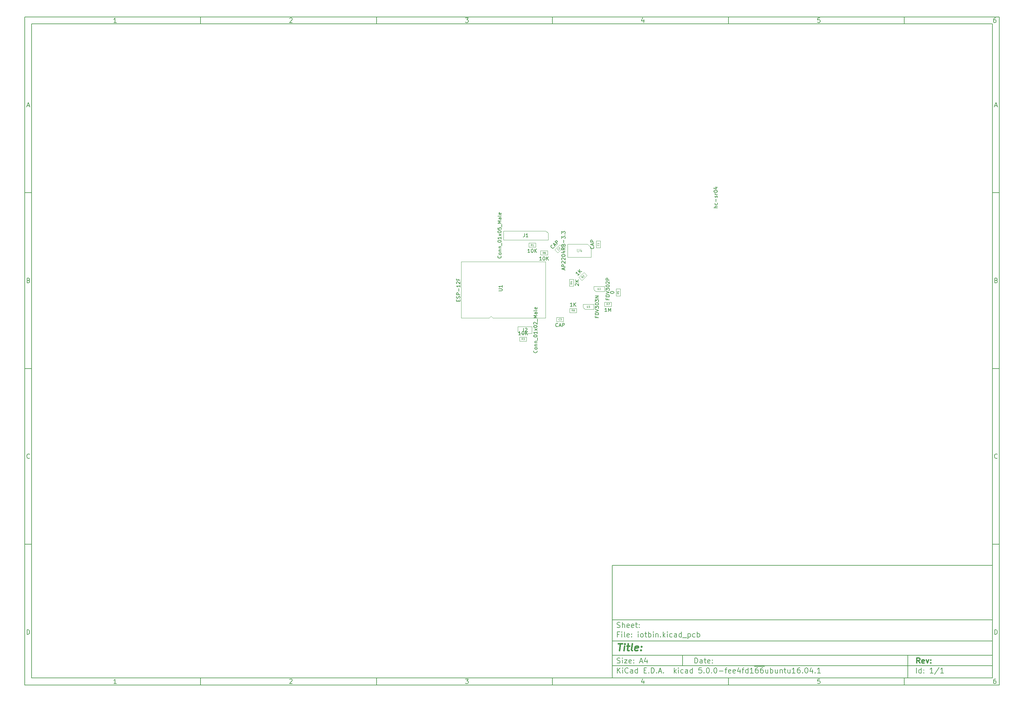
<source format=gbr>
G04 #@! TF.GenerationSoftware,KiCad,Pcbnew,5.0.0-fee4fd1~66~ubuntu16.04.1*
G04 #@! TF.CreationDate,2018-09-18T23:27:24+02:00*
G04 #@! TF.ProjectId,iotbin,696F7462696E2E6B696361645F706362,rev?*
G04 #@! TF.SameCoordinates,Original*
G04 #@! TF.FileFunction,Other,Fab,Top*
%FSLAX46Y46*%
G04 Gerber Fmt 4.6, Leading zero omitted, Abs format (unit mm)*
G04 Created by KiCad (PCBNEW 5.0.0-fee4fd1~66~ubuntu16.04.1) date Tue Sep 18 23:27:24 2018*
%MOMM*%
%LPD*%
G01*
G04 APERTURE LIST*
%ADD10C,0.100000*%
%ADD11C,0.150000*%
%ADD12C,0.300000*%
%ADD13C,0.400000*%
%ADD14C,0.120000*%
%ADD15C,0.075000*%
%ADD16C,0.080000*%
G04 APERTURE END LIST*
D10*
D11*
X177002200Y-166007200D02*
X177002200Y-198007200D01*
X285002200Y-198007200D01*
X285002200Y-166007200D01*
X177002200Y-166007200D01*
D10*
D11*
X10000000Y-10000000D02*
X10000000Y-200007200D01*
X287002200Y-200007200D01*
X287002200Y-10000000D01*
X10000000Y-10000000D01*
D10*
D11*
X12000000Y-12000000D02*
X12000000Y-198007200D01*
X285002200Y-198007200D01*
X285002200Y-12000000D01*
X12000000Y-12000000D01*
D10*
D11*
X60000000Y-12000000D02*
X60000000Y-10000000D01*
D10*
D11*
X110000000Y-12000000D02*
X110000000Y-10000000D01*
D10*
D11*
X160000000Y-12000000D02*
X160000000Y-10000000D01*
D10*
D11*
X210000000Y-12000000D02*
X210000000Y-10000000D01*
D10*
D11*
X260000000Y-12000000D02*
X260000000Y-10000000D01*
D10*
D11*
X36065476Y-11588095D02*
X35322619Y-11588095D01*
X35694047Y-11588095D02*
X35694047Y-10288095D01*
X35570238Y-10473809D01*
X35446428Y-10597619D01*
X35322619Y-10659523D01*
D10*
D11*
X85322619Y-10411904D02*
X85384523Y-10350000D01*
X85508333Y-10288095D01*
X85817857Y-10288095D01*
X85941666Y-10350000D01*
X86003571Y-10411904D01*
X86065476Y-10535714D01*
X86065476Y-10659523D01*
X86003571Y-10845238D01*
X85260714Y-11588095D01*
X86065476Y-11588095D01*
D10*
D11*
X135260714Y-10288095D02*
X136065476Y-10288095D01*
X135632142Y-10783333D01*
X135817857Y-10783333D01*
X135941666Y-10845238D01*
X136003571Y-10907142D01*
X136065476Y-11030952D01*
X136065476Y-11340476D01*
X136003571Y-11464285D01*
X135941666Y-11526190D01*
X135817857Y-11588095D01*
X135446428Y-11588095D01*
X135322619Y-11526190D01*
X135260714Y-11464285D01*
D10*
D11*
X185941666Y-10721428D02*
X185941666Y-11588095D01*
X185632142Y-10226190D02*
X185322619Y-11154761D01*
X186127380Y-11154761D01*
D10*
D11*
X236003571Y-10288095D02*
X235384523Y-10288095D01*
X235322619Y-10907142D01*
X235384523Y-10845238D01*
X235508333Y-10783333D01*
X235817857Y-10783333D01*
X235941666Y-10845238D01*
X236003571Y-10907142D01*
X236065476Y-11030952D01*
X236065476Y-11340476D01*
X236003571Y-11464285D01*
X235941666Y-11526190D01*
X235817857Y-11588095D01*
X235508333Y-11588095D01*
X235384523Y-11526190D01*
X235322619Y-11464285D01*
D10*
D11*
X285941666Y-10288095D02*
X285694047Y-10288095D01*
X285570238Y-10350000D01*
X285508333Y-10411904D01*
X285384523Y-10597619D01*
X285322619Y-10845238D01*
X285322619Y-11340476D01*
X285384523Y-11464285D01*
X285446428Y-11526190D01*
X285570238Y-11588095D01*
X285817857Y-11588095D01*
X285941666Y-11526190D01*
X286003571Y-11464285D01*
X286065476Y-11340476D01*
X286065476Y-11030952D01*
X286003571Y-10907142D01*
X285941666Y-10845238D01*
X285817857Y-10783333D01*
X285570238Y-10783333D01*
X285446428Y-10845238D01*
X285384523Y-10907142D01*
X285322619Y-11030952D01*
D10*
D11*
X60000000Y-198007200D02*
X60000000Y-200007200D01*
D10*
D11*
X110000000Y-198007200D02*
X110000000Y-200007200D01*
D10*
D11*
X160000000Y-198007200D02*
X160000000Y-200007200D01*
D10*
D11*
X210000000Y-198007200D02*
X210000000Y-200007200D01*
D10*
D11*
X260000000Y-198007200D02*
X260000000Y-200007200D01*
D10*
D11*
X36065476Y-199595295D02*
X35322619Y-199595295D01*
X35694047Y-199595295D02*
X35694047Y-198295295D01*
X35570238Y-198481009D01*
X35446428Y-198604819D01*
X35322619Y-198666723D01*
D10*
D11*
X85322619Y-198419104D02*
X85384523Y-198357200D01*
X85508333Y-198295295D01*
X85817857Y-198295295D01*
X85941666Y-198357200D01*
X86003571Y-198419104D01*
X86065476Y-198542914D01*
X86065476Y-198666723D01*
X86003571Y-198852438D01*
X85260714Y-199595295D01*
X86065476Y-199595295D01*
D10*
D11*
X135260714Y-198295295D02*
X136065476Y-198295295D01*
X135632142Y-198790533D01*
X135817857Y-198790533D01*
X135941666Y-198852438D01*
X136003571Y-198914342D01*
X136065476Y-199038152D01*
X136065476Y-199347676D01*
X136003571Y-199471485D01*
X135941666Y-199533390D01*
X135817857Y-199595295D01*
X135446428Y-199595295D01*
X135322619Y-199533390D01*
X135260714Y-199471485D01*
D10*
D11*
X185941666Y-198728628D02*
X185941666Y-199595295D01*
X185632142Y-198233390D02*
X185322619Y-199161961D01*
X186127380Y-199161961D01*
D10*
D11*
X236003571Y-198295295D02*
X235384523Y-198295295D01*
X235322619Y-198914342D01*
X235384523Y-198852438D01*
X235508333Y-198790533D01*
X235817857Y-198790533D01*
X235941666Y-198852438D01*
X236003571Y-198914342D01*
X236065476Y-199038152D01*
X236065476Y-199347676D01*
X236003571Y-199471485D01*
X235941666Y-199533390D01*
X235817857Y-199595295D01*
X235508333Y-199595295D01*
X235384523Y-199533390D01*
X235322619Y-199471485D01*
D10*
D11*
X285941666Y-198295295D02*
X285694047Y-198295295D01*
X285570238Y-198357200D01*
X285508333Y-198419104D01*
X285384523Y-198604819D01*
X285322619Y-198852438D01*
X285322619Y-199347676D01*
X285384523Y-199471485D01*
X285446428Y-199533390D01*
X285570238Y-199595295D01*
X285817857Y-199595295D01*
X285941666Y-199533390D01*
X286003571Y-199471485D01*
X286065476Y-199347676D01*
X286065476Y-199038152D01*
X286003571Y-198914342D01*
X285941666Y-198852438D01*
X285817857Y-198790533D01*
X285570238Y-198790533D01*
X285446428Y-198852438D01*
X285384523Y-198914342D01*
X285322619Y-199038152D01*
D10*
D11*
X10000000Y-60000000D02*
X12000000Y-60000000D01*
D10*
D11*
X10000000Y-110000000D02*
X12000000Y-110000000D01*
D10*
D11*
X10000000Y-160000000D02*
X12000000Y-160000000D01*
D10*
D11*
X10690476Y-35216666D02*
X11309523Y-35216666D01*
X10566666Y-35588095D02*
X11000000Y-34288095D01*
X11433333Y-35588095D01*
D10*
D11*
X11092857Y-84907142D02*
X11278571Y-84969047D01*
X11340476Y-85030952D01*
X11402380Y-85154761D01*
X11402380Y-85340476D01*
X11340476Y-85464285D01*
X11278571Y-85526190D01*
X11154761Y-85588095D01*
X10659523Y-85588095D01*
X10659523Y-84288095D01*
X11092857Y-84288095D01*
X11216666Y-84350000D01*
X11278571Y-84411904D01*
X11340476Y-84535714D01*
X11340476Y-84659523D01*
X11278571Y-84783333D01*
X11216666Y-84845238D01*
X11092857Y-84907142D01*
X10659523Y-84907142D01*
D10*
D11*
X11402380Y-135464285D02*
X11340476Y-135526190D01*
X11154761Y-135588095D01*
X11030952Y-135588095D01*
X10845238Y-135526190D01*
X10721428Y-135402380D01*
X10659523Y-135278571D01*
X10597619Y-135030952D01*
X10597619Y-134845238D01*
X10659523Y-134597619D01*
X10721428Y-134473809D01*
X10845238Y-134350000D01*
X11030952Y-134288095D01*
X11154761Y-134288095D01*
X11340476Y-134350000D01*
X11402380Y-134411904D01*
D10*
D11*
X10659523Y-185588095D02*
X10659523Y-184288095D01*
X10969047Y-184288095D01*
X11154761Y-184350000D01*
X11278571Y-184473809D01*
X11340476Y-184597619D01*
X11402380Y-184845238D01*
X11402380Y-185030952D01*
X11340476Y-185278571D01*
X11278571Y-185402380D01*
X11154761Y-185526190D01*
X10969047Y-185588095D01*
X10659523Y-185588095D01*
D10*
D11*
X287002200Y-60000000D02*
X285002200Y-60000000D01*
D10*
D11*
X287002200Y-110000000D02*
X285002200Y-110000000D01*
D10*
D11*
X287002200Y-160000000D02*
X285002200Y-160000000D01*
D10*
D11*
X285692676Y-35216666D02*
X286311723Y-35216666D01*
X285568866Y-35588095D02*
X286002200Y-34288095D01*
X286435533Y-35588095D01*
D10*
D11*
X286095057Y-84907142D02*
X286280771Y-84969047D01*
X286342676Y-85030952D01*
X286404580Y-85154761D01*
X286404580Y-85340476D01*
X286342676Y-85464285D01*
X286280771Y-85526190D01*
X286156961Y-85588095D01*
X285661723Y-85588095D01*
X285661723Y-84288095D01*
X286095057Y-84288095D01*
X286218866Y-84350000D01*
X286280771Y-84411904D01*
X286342676Y-84535714D01*
X286342676Y-84659523D01*
X286280771Y-84783333D01*
X286218866Y-84845238D01*
X286095057Y-84907142D01*
X285661723Y-84907142D01*
D10*
D11*
X286404580Y-135464285D02*
X286342676Y-135526190D01*
X286156961Y-135588095D01*
X286033152Y-135588095D01*
X285847438Y-135526190D01*
X285723628Y-135402380D01*
X285661723Y-135278571D01*
X285599819Y-135030952D01*
X285599819Y-134845238D01*
X285661723Y-134597619D01*
X285723628Y-134473809D01*
X285847438Y-134350000D01*
X286033152Y-134288095D01*
X286156961Y-134288095D01*
X286342676Y-134350000D01*
X286404580Y-134411904D01*
D10*
D11*
X285661723Y-185588095D02*
X285661723Y-184288095D01*
X285971247Y-184288095D01*
X286156961Y-184350000D01*
X286280771Y-184473809D01*
X286342676Y-184597619D01*
X286404580Y-184845238D01*
X286404580Y-185030952D01*
X286342676Y-185278571D01*
X286280771Y-185402380D01*
X286156961Y-185526190D01*
X285971247Y-185588095D01*
X285661723Y-185588095D01*
D10*
D11*
X200434342Y-193785771D02*
X200434342Y-192285771D01*
X200791485Y-192285771D01*
X201005771Y-192357200D01*
X201148628Y-192500057D01*
X201220057Y-192642914D01*
X201291485Y-192928628D01*
X201291485Y-193142914D01*
X201220057Y-193428628D01*
X201148628Y-193571485D01*
X201005771Y-193714342D01*
X200791485Y-193785771D01*
X200434342Y-193785771D01*
X202577200Y-193785771D02*
X202577200Y-193000057D01*
X202505771Y-192857200D01*
X202362914Y-192785771D01*
X202077200Y-192785771D01*
X201934342Y-192857200D01*
X202577200Y-193714342D02*
X202434342Y-193785771D01*
X202077200Y-193785771D01*
X201934342Y-193714342D01*
X201862914Y-193571485D01*
X201862914Y-193428628D01*
X201934342Y-193285771D01*
X202077200Y-193214342D01*
X202434342Y-193214342D01*
X202577200Y-193142914D01*
X203077200Y-192785771D02*
X203648628Y-192785771D01*
X203291485Y-192285771D02*
X203291485Y-193571485D01*
X203362914Y-193714342D01*
X203505771Y-193785771D01*
X203648628Y-193785771D01*
X204720057Y-193714342D02*
X204577200Y-193785771D01*
X204291485Y-193785771D01*
X204148628Y-193714342D01*
X204077200Y-193571485D01*
X204077200Y-193000057D01*
X204148628Y-192857200D01*
X204291485Y-192785771D01*
X204577200Y-192785771D01*
X204720057Y-192857200D01*
X204791485Y-193000057D01*
X204791485Y-193142914D01*
X204077200Y-193285771D01*
X205434342Y-193642914D02*
X205505771Y-193714342D01*
X205434342Y-193785771D01*
X205362914Y-193714342D01*
X205434342Y-193642914D01*
X205434342Y-193785771D01*
X205434342Y-192857200D02*
X205505771Y-192928628D01*
X205434342Y-193000057D01*
X205362914Y-192928628D01*
X205434342Y-192857200D01*
X205434342Y-193000057D01*
D10*
D11*
X177002200Y-194507200D02*
X285002200Y-194507200D01*
D10*
D11*
X178434342Y-196585771D02*
X178434342Y-195085771D01*
X179291485Y-196585771D02*
X178648628Y-195728628D01*
X179291485Y-195085771D02*
X178434342Y-195942914D01*
X179934342Y-196585771D02*
X179934342Y-195585771D01*
X179934342Y-195085771D02*
X179862914Y-195157200D01*
X179934342Y-195228628D01*
X180005771Y-195157200D01*
X179934342Y-195085771D01*
X179934342Y-195228628D01*
X181505771Y-196442914D02*
X181434342Y-196514342D01*
X181220057Y-196585771D01*
X181077200Y-196585771D01*
X180862914Y-196514342D01*
X180720057Y-196371485D01*
X180648628Y-196228628D01*
X180577200Y-195942914D01*
X180577200Y-195728628D01*
X180648628Y-195442914D01*
X180720057Y-195300057D01*
X180862914Y-195157200D01*
X181077200Y-195085771D01*
X181220057Y-195085771D01*
X181434342Y-195157200D01*
X181505771Y-195228628D01*
X182791485Y-196585771D02*
X182791485Y-195800057D01*
X182720057Y-195657200D01*
X182577200Y-195585771D01*
X182291485Y-195585771D01*
X182148628Y-195657200D01*
X182791485Y-196514342D02*
X182648628Y-196585771D01*
X182291485Y-196585771D01*
X182148628Y-196514342D01*
X182077200Y-196371485D01*
X182077200Y-196228628D01*
X182148628Y-196085771D01*
X182291485Y-196014342D01*
X182648628Y-196014342D01*
X182791485Y-195942914D01*
X184148628Y-196585771D02*
X184148628Y-195085771D01*
X184148628Y-196514342D02*
X184005771Y-196585771D01*
X183720057Y-196585771D01*
X183577200Y-196514342D01*
X183505771Y-196442914D01*
X183434342Y-196300057D01*
X183434342Y-195871485D01*
X183505771Y-195728628D01*
X183577200Y-195657200D01*
X183720057Y-195585771D01*
X184005771Y-195585771D01*
X184148628Y-195657200D01*
X186005771Y-195800057D02*
X186505771Y-195800057D01*
X186720057Y-196585771D02*
X186005771Y-196585771D01*
X186005771Y-195085771D01*
X186720057Y-195085771D01*
X187362914Y-196442914D02*
X187434342Y-196514342D01*
X187362914Y-196585771D01*
X187291485Y-196514342D01*
X187362914Y-196442914D01*
X187362914Y-196585771D01*
X188077200Y-196585771D02*
X188077200Y-195085771D01*
X188434342Y-195085771D01*
X188648628Y-195157200D01*
X188791485Y-195300057D01*
X188862914Y-195442914D01*
X188934342Y-195728628D01*
X188934342Y-195942914D01*
X188862914Y-196228628D01*
X188791485Y-196371485D01*
X188648628Y-196514342D01*
X188434342Y-196585771D01*
X188077200Y-196585771D01*
X189577200Y-196442914D02*
X189648628Y-196514342D01*
X189577200Y-196585771D01*
X189505771Y-196514342D01*
X189577200Y-196442914D01*
X189577200Y-196585771D01*
X190220057Y-196157200D02*
X190934342Y-196157200D01*
X190077200Y-196585771D02*
X190577200Y-195085771D01*
X191077200Y-196585771D01*
X191577200Y-196442914D02*
X191648628Y-196514342D01*
X191577200Y-196585771D01*
X191505771Y-196514342D01*
X191577200Y-196442914D01*
X191577200Y-196585771D01*
X194577200Y-196585771D02*
X194577200Y-195085771D01*
X194720057Y-196014342D02*
X195148628Y-196585771D01*
X195148628Y-195585771D02*
X194577200Y-196157200D01*
X195791485Y-196585771D02*
X195791485Y-195585771D01*
X195791485Y-195085771D02*
X195720057Y-195157200D01*
X195791485Y-195228628D01*
X195862914Y-195157200D01*
X195791485Y-195085771D01*
X195791485Y-195228628D01*
X197148628Y-196514342D02*
X197005771Y-196585771D01*
X196720057Y-196585771D01*
X196577200Y-196514342D01*
X196505771Y-196442914D01*
X196434342Y-196300057D01*
X196434342Y-195871485D01*
X196505771Y-195728628D01*
X196577200Y-195657200D01*
X196720057Y-195585771D01*
X197005771Y-195585771D01*
X197148628Y-195657200D01*
X198434342Y-196585771D02*
X198434342Y-195800057D01*
X198362914Y-195657200D01*
X198220057Y-195585771D01*
X197934342Y-195585771D01*
X197791485Y-195657200D01*
X198434342Y-196514342D02*
X198291485Y-196585771D01*
X197934342Y-196585771D01*
X197791485Y-196514342D01*
X197720057Y-196371485D01*
X197720057Y-196228628D01*
X197791485Y-196085771D01*
X197934342Y-196014342D01*
X198291485Y-196014342D01*
X198434342Y-195942914D01*
X199791485Y-196585771D02*
X199791485Y-195085771D01*
X199791485Y-196514342D02*
X199648628Y-196585771D01*
X199362914Y-196585771D01*
X199220057Y-196514342D01*
X199148628Y-196442914D01*
X199077200Y-196300057D01*
X199077200Y-195871485D01*
X199148628Y-195728628D01*
X199220057Y-195657200D01*
X199362914Y-195585771D01*
X199648628Y-195585771D01*
X199791485Y-195657200D01*
X202362914Y-195085771D02*
X201648628Y-195085771D01*
X201577200Y-195800057D01*
X201648628Y-195728628D01*
X201791485Y-195657200D01*
X202148628Y-195657200D01*
X202291485Y-195728628D01*
X202362914Y-195800057D01*
X202434342Y-195942914D01*
X202434342Y-196300057D01*
X202362914Y-196442914D01*
X202291485Y-196514342D01*
X202148628Y-196585771D01*
X201791485Y-196585771D01*
X201648628Y-196514342D01*
X201577200Y-196442914D01*
X203077200Y-196442914D02*
X203148628Y-196514342D01*
X203077200Y-196585771D01*
X203005771Y-196514342D01*
X203077200Y-196442914D01*
X203077200Y-196585771D01*
X204077200Y-195085771D02*
X204220057Y-195085771D01*
X204362914Y-195157200D01*
X204434342Y-195228628D01*
X204505771Y-195371485D01*
X204577200Y-195657200D01*
X204577200Y-196014342D01*
X204505771Y-196300057D01*
X204434342Y-196442914D01*
X204362914Y-196514342D01*
X204220057Y-196585771D01*
X204077200Y-196585771D01*
X203934342Y-196514342D01*
X203862914Y-196442914D01*
X203791485Y-196300057D01*
X203720057Y-196014342D01*
X203720057Y-195657200D01*
X203791485Y-195371485D01*
X203862914Y-195228628D01*
X203934342Y-195157200D01*
X204077200Y-195085771D01*
X205220057Y-196442914D02*
X205291485Y-196514342D01*
X205220057Y-196585771D01*
X205148628Y-196514342D01*
X205220057Y-196442914D01*
X205220057Y-196585771D01*
X206220057Y-195085771D02*
X206362914Y-195085771D01*
X206505771Y-195157200D01*
X206577200Y-195228628D01*
X206648628Y-195371485D01*
X206720057Y-195657200D01*
X206720057Y-196014342D01*
X206648628Y-196300057D01*
X206577200Y-196442914D01*
X206505771Y-196514342D01*
X206362914Y-196585771D01*
X206220057Y-196585771D01*
X206077200Y-196514342D01*
X206005771Y-196442914D01*
X205934342Y-196300057D01*
X205862914Y-196014342D01*
X205862914Y-195657200D01*
X205934342Y-195371485D01*
X206005771Y-195228628D01*
X206077200Y-195157200D01*
X206220057Y-195085771D01*
X207362914Y-196014342D02*
X208505771Y-196014342D01*
X209005771Y-195585771D02*
X209577200Y-195585771D01*
X209220057Y-196585771D02*
X209220057Y-195300057D01*
X209291485Y-195157200D01*
X209434342Y-195085771D01*
X209577200Y-195085771D01*
X210648628Y-196514342D02*
X210505771Y-196585771D01*
X210220057Y-196585771D01*
X210077200Y-196514342D01*
X210005771Y-196371485D01*
X210005771Y-195800057D01*
X210077200Y-195657200D01*
X210220057Y-195585771D01*
X210505771Y-195585771D01*
X210648628Y-195657200D01*
X210720057Y-195800057D01*
X210720057Y-195942914D01*
X210005771Y-196085771D01*
X211934342Y-196514342D02*
X211791485Y-196585771D01*
X211505771Y-196585771D01*
X211362914Y-196514342D01*
X211291485Y-196371485D01*
X211291485Y-195800057D01*
X211362914Y-195657200D01*
X211505771Y-195585771D01*
X211791485Y-195585771D01*
X211934342Y-195657200D01*
X212005771Y-195800057D01*
X212005771Y-195942914D01*
X211291485Y-196085771D01*
X213291485Y-195585771D02*
X213291485Y-196585771D01*
X212934342Y-195014342D02*
X212577200Y-196085771D01*
X213505771Y-196085771D01*
X213862914Y-195585771D02*
X214434342Y-195585771D01*
X214077200Y-196585771D02*
X214077200Y-195300057D01*
X214148628Y-195157200D01*
X214291485Y-195085771D01*
X214434342Y-195085771D01*
X215577200Y-196585771D02*
X215577200Y-195085771D01*
X215577200Y-196514342D02*
X215434342Y-196585771D01*
X215148628Y-196585771D01*
X215005771Y-196514342D01*
X214934342Y-196442914D01*
X214862914Y-196300057D01*
X214862914Y-195871485D01*
X214934342Y-195728628D01*
X215005771Y-195657200D01*
X215148628Y-195585771D01*
X215434342Y-195585771D01*
X215577200Y-195657200D01*
X217077200Y-196585771D02*
X216220057Y-196585771D01*
X216648628Y-196585771D02*
X216648628Y-195085771D01*
X216505771Y-195300057D01*
X216362914Y-195442914D01*
X216220057Y-195514342D01*
X217362914Y-194677200D02*
X218791485Y-194677200D01*
X218362914Y-195085771D02*
X218077200Y-195085771D01*
X217934342Y-195157200D01*
X217862914Y-195228628D01*
X217720057Y-195442914D01*
X217648628Y-195728628D01*
X217648628Y-196300057D01*
X217720057Y-196442914D01*
X217791485Y-196514342D01*
X217934342Y-196585771D01*
X218220057Y-196585771D01*
X218362914Y-196514342D01*
X218434342Y-196442914D01*
X218505771Y-196300057D01*
X218505771Y-195942914D01*
X218434342Y-195800057D01*
X218362914Y-195728628D01*
X218220057Y-195657200D01*
X217934342Y-195657200D01*
X217791485Y-195728628D01*
X217720057Y-195800057D01*
X217648628Y-195942914D01*
X218791485Y-194677200D02*
X220220057Y-194677200D01*
X219791485Y-195085771D02*
X219505771Y-195085771D01*
X219362914Y-195157200D01*
X219291485Y-195228628D01*
X219148628Y-195442914D01*
X219077200Y-195728628D01*
X219077200Y-196300057D01*
X219148628Y-196442914D01*
X219220057Y-196514342D01*
X219362914Y-196585771D01*
X219648628Y-196585771D01*
X219791485Y-196514342D01*
X219862914Y-196442914D01*
X219934342Y-196300057D01*
X219934342Y-195942914D01*
X219862914Y-195800057D01*
X219791485Y-195728628D01*
X219648628Y-195657200D01*
X219362914Y-195657200D01*
X219220057Y-195728628D01*
X219148628Y-195800057D01*
X219077200Y-195942914D01*
X221220057Y-195585771D02*
X221220057Y-196585771D01*
X220577200Y-195585771D02*
X220577200Y-196371485D01*
X220648628Y-196514342D01*
X220791485Y-196585771D01*
X221005771Y-196585771D01*
X221148628Y-196514342D01*
X221220057Y-196442914D01*
X221934342Y-196585771D02*
X221934342Y-195085771D01*
X221934342Y-195657200D02*
X222077200Y-195585771D01*
X222362914Y-195585771D01*
X222505771Y-195657200D01*
X222577200Y-195728628D01*
X222648628Y-195871485D01*
X222648628Y-196300057D01*
X222577200Y-196442914D01*
X222505771Y-196514342D01*
X222362914Y-196585771D01*
X222077200Y-196585771D01*
X221934342Y-196514342D01*
X223934342Y-195585771D02*
X223934342Y-196585771D01*
X223291485Y-195585771D02*
X223291485Y-196371485D01*
X223362914Y-196514342D01*
X223505771Y-196585771D01*
X223720057Y-196585771D01*
X223862914Y-196514342D01*
X223934342Y-196442914D01*
X224648628Y-195585771D02*
X224648628Y-196585771D01*
X224648628Y-195728628D02*
X224720057Y-195657200D01*
X224862914Y-195585771D01*
X225077200Y-195585771D01*
X225220057Y-195657200D01*
X225291485Y-195800057D01*
X225291485Y-196585771D01*
X225791485Y-195585771D02*
X226362914Y-195585771D01*
X226005771Y-195085771D02*
X226005771Y-196371485D01*
X226077200Y-196514342D01*
X226220057Y-196585771D01*
X226362914Y-196585771D01*
X227505771Y-195585771D02*
X227505771Y-196585771D01*
X226862914Y-195585771D02*
X226862914Y-196371485D01*
X226934342Y-196514342D01*
X227077200Y-196585771D01*
X227291485Y-196585771D01*
X227434342Y-196514342D01*
X227505771Y-196442914D01*
X229005771Y-196585771D02*
X228148628Y-196585771D01*
X228577200Y-196585771D02*
X228577200Y-195085771D01*
X228434342Y-195300057D01*
X228291485Y-195442914D01*
X228148628Y-195514342D01*
X230291485Y-195085771D02*
X230005771Y-195085771D01*
X229862914Y-195157200D01*
X229791485Y-195228628D01*
X229648628Y-195442914D01*
X229577200Y-195728628D01*
X229577200Y-196300057D01*
X229648628Y-196442914D01*
X229720057Y-196514342D01*
X229862914Y-196585771D01*
X230148628Y-196585771D01*
X230291485Y-196514342D01*
X230362914Y-196442914D01*
X230434342Y-196300057D01*
X230434342Y-195942914D01*
X230362914Y-195800057D01*
X230291485Y-195728628D01*
X230148628Y-195657200D01*
X229862914Y-195657200D01*
X229720057Y-195728628D01*
X229648628Y-195800057D01*
X229577200Y-195942914D01*
X231077200Y-196442914D02*
X231148628Y-196514342D01*
X231077200Y-196585771D01*
X231005771Y-196514342D01*
X231077200Y-196442914D01*
X231077200Y-196585771D01*
X232077200Y-195085771D02*
X232220057Y-195085771D01*
X232362914Y-195157200D01*
X232434342Y-195228628D01*
X232505771Y-195371485D01*
X232577200Y-195657200D01*
X232577200Y-196014342D01*
X232505771Y-196300057D01*
X232434342Y-196442914D01*
X232362914Y-196514342D01*
X232220057Y-196585771D01*
X232077200Y-196585771D01*
X231934342Y-196514342D01*
X231862914Y-196442914D01*
X231791485Y-196300057D01*
X231720057Y-196014342D01*
X231720057Y-195657200D01*
X231791485Y-195371485D01*
X231862914Y-195228628D01*
X231934342Y-195157200D01*
X232077200Y-195085771D01*
X233862914Y-195585771D02*
X233862914Y-196585771D01*
X233505771Y-195014342D02*
X233148628Y-196085771D01*
X234077200Y-196085771D01*
X234648628Y-196442914D02*
X234720057Y-196514342D01*
X234648628Y-196585771D01*
X234577200Y-196514342D01*
X234648628Y-196442914D01*
X234648628Y-196585771D01*
X236148628Y-196585771D02*
X235291485Y-196585771D01*
X235720057Y-196585771D02*
X235720057Y-195085771D01*
X235577200Y-195300057D01*
X235434342Y-195442914D01*
X235291485Y-195514342D01*
D10*
D11*
X177002200Y-191507200D02*
X285002200Y-191507200D01*
D10*
D12*
X264411485Y-193785771D02*
X263911485Y-193071485D01*
X263554342Y-193785771D02*
X263554342Y-192285771D01*
X264125771Y-192285771D01*
X264268628Y-192357200D01*
X264340057Y-192428628D01*
X264411485Y-192571485D01*
X264411485Y-192785771D01*
X264340057Y-192928628D01*
X264268628Y-193000057D01*
X264125771Y-193071485D01*
X263554342Y-193071485D01*
X265625771Y-193714342D02*
X265482914Y-193785771D01*
X265197200Y-193785771D01*
X265054342Y-193714342D01*
X264982914Y-193571485D01*
X264982914Y-193000057D01*
X265054342Y-192857200D01*
X265197200Y-192785771D01*
X265482914Y-192785771D01*
X265625771Y-192857200D01*
X265697200Y-193000057D01*
X265697200Y-193142914D01*
X264982914Y-193285771D01*
X266197200Y-192785771D02*
X266554342Y-193785771D01*
X266911485Y-192785771D01*
X267482914Y-193642914D02*
X267554342Y-193714342D01*
X267482914Y-193785771D01*
X267411485Y-193714342D01*
X267482914Y-193642914D01*
X267482914Y-193785771D01*
X267482914Y-192857200D02*
X267554342Y-192928628D01*
X267482914Y-193000057D01*
X267411485Y-192928628D01*
X267482914Y-192857200D01*
X267482914Y-193000057D01*
D10*
D11*
X178362914Y-193714342D02*
X178577200Y-193785771D01*
X178934342Y-193785771D01*
X179077200Y-193714342D01*
X179148628Y-193642914D01*
X179220057Y-193500057D01*
X179220057Y-193357200D01*
X179148628Y-193214342D01*
X179077200Y-193142914D01*
X178934342Y-193071485D01*
X178648628Y-193000057D01*
X178505771Y-192928628D01*
X178434342Y-192857200D01*
X178362914Y-192714342D01*
X178362914Y-192571485D01*
X178434342Y-192428628D01*
X178505771Y-192357200D01*
X178648628Y-192285771D01*
X179005771Y-192285771D01*
X179220057Y-192357200D01*
X179862914Y-193785771D02*
X179862914Y-192785771D01*
X179862914Y-192285771D02*
X179791485Y-192357200D01*
X179862914Y-192428628D01*
X179934342Y-192357200D01*
X179862914Y-192285771D01*
X179862914Y-192428628D01*
X180434342Y-192785771D02*
X181220057Y-192785771D01*
X180434342Y-193785771D01*
X181220057Y-193785771D01*
X182362914Y-193714342D02*
X182220057Y-193785771D01*
X181934342Y-193785771D01*
X181791485Y-193714342D01*
X181720057Y-193571485D01*
X181720057Y-193000057D01*
X181791485Y-192857200D01*
X181934342Y-192785771D01*
X182220057Y-192785771D01*
X182362914Y-192857200D01*
X182434342Y-193000057D01*
X182434342Y-193142914D01*
X181720057Y-193285771D01*
X183077200Y-193642914D02*
X183148628Y-193714342D01*
X183077200Y-193785771D01*
X183005771Y-193714342D01*
X183077200Y-193642914D01*
X183077200Y-193785771D01*
X183077200Y-192857200D02*
X183148628Y-192928628D01*
X183077200Y-193000057D01*
X183005771Y-192928628D01*
X183077200Y-192857200D01*
X183077200Y-193000057D01*
X184862914Y-193357200D02*
X185577200Y-193357200D01*
X184720057Y-193785771D02*
X185220057Y-192285771D01*
X185720057Y-193785771D01*
X186862914Y-192785771D02*
X186862914Y-193785771D01*
X186505771Y-192214342D02*
X186148628Y-193285771D01*
X187077200Y-193285771D01*
D10*
D11*
X263434342Y-196585771D02*
X263434342Y-195085771D01*
X264791485Y-196585771D02*
X264791485Y-195085771D01*
X264791485Y-196514342D02*
X264648628Y-196585771D01*
X264362914Y-196585771D01*
X264220057Y-196514342D01*
X264148628Y-196442914D01*
X264077200Y-196300057D01*
X264077200Y-195871485D01*
X264148628Y-195728628D01*
X264220057Y-195657200D01*
X264362914Y-195585771D01*
X264648628Y-195585771D01*
X264791485Y-195657200D01*
X265505771Y-196442914D02*
X265577200Y-196514342D01*
X265505771Y-196585771D01*
X265434342Y-196514342D01*
X265505771Y-196442914D01*
X265505771Y-196585771D01*
X265505771Y-195657200D02*
X265577200Y-195728628D01*
X265505771Y-195800057D01*
X265434342Y-195728628D01*
X265505771Y-195657200D01*
X265505771Y-195800057D01*
X268148628Y-196585771D02*
X267291485Y-196585771D01*
X267720057Y-196585771D02*
X267720057Y-195085771D01*
X267577200Y-195300057D01*
X267434342Y-195442914D01*
X267291485Y-195514342D01*
X269862914Y-195014342D02*
X268577200Y-196942914D01*
X271148628Y-196585771D02*
X270291485Y-196585771D01*
X270720057Y-196585771D02*
X270720057Y-195085771D01*
X270577200Y-195300057D01*
X270434342Y-195442914D01*
X270291485Y-195514342D01*
D10*
D11*
X177002200Y-187507200D02*
X285002200Y-187507200D01*
D10*
D13*
X178714580Y-188211961D02*
X179857438Y-188211961D01*
X179036009Y-190211961D02*
X179286009Y-188211961D01*
X180274104Y-190211961D02*
X180440771Y-188878628D01*
X180524104Y-188211961D02*
X180416961Y-188307200D01*
X180500295Y-188402438D01*
X180607438Y-188307200D01*
X180524104Y-188211961D01*
X180500295Y-188402438D01*
X181107438Y-188878628D02*
X181869342Y-188878628D01*
X181476485Y-188211961D02*
X181262200Y-189926247D01*
X181333628Y-190116723D01*
X181512200Y-190211961D01*
X181702676Y-190211961D01*
X182655057Y-190211961D02*
X182476485Y-190116723D01*
X182405057Y-189926247D01*
X182619342Y-188211961D01*
X184190771Y-190116723D02*
X183988390Y-190211961D01*
X183607438Y-190211961D01*
X183428866Y-190116723D01*
X183357438Y-189926247D01*
X183452676Y-189164342D01*
X183571723Y-188973866D01*
X183774104Y-188878628D01*
X184155057Y-188878628D01*
X184333628Y-188973866D01*
X184405057Y-189164342D01*
X184381247Y-189354819D01*
X183405057Y-189545295D01*
X185155057Y-190021485D02*
X185238390Y-190116723D01*
X185131247Y-190211961D01*
X185047914Y-190116723D01*
X185155057Y-190021485D01*
X185131247Y-190211961D01*
X185286009Y-188973866D02*
X185369342Y-189069104D01*
X185262200Y-189164342D01*
X185178866Y-189069104D01*
X185286009Y-188973866D01*
X185262200Y-189164342D01*
D10*
D11*
X178934342Y-185600057D02*
X178434342Y-185600057D01*
X178434342Y-186385771D02*
X178434342Y-184885771D01*
X179148628Y-184885771D01*
X179720057Y-186385771D02*
X179720057Y-185385771D01*
X179720057Y-184885771D02*
X179648628Y-184957200D01*
X179720057Y-185028628D01*
X179791485Y-184957200D01*
X179720057Y-184885771D01*
X179720057Y-185028628D01*
X180648628Y-186385771D02*
X180505771Y-186314342D01*
X180434342Y-186171485D01*
X180434342Y-184885771D01*
X181791485Y-186314342D02*
X181648628Y-186385771D01*
X181362914Y-186385771D01*
X181220057Y-186314342D01*
X181148628Y-186171485D01*
X181148628Y-185600057D01*
X181220057Y-185457200D01*
X181362914Y-185385771D01*
X181648628Y-185385771D01*
X181791485Y-185457200D01*
X181862914Y-185600057D01*
X181862914Y-185742914D01*
X181148628Y-185885771D01*
X182505771Y-186242914D02*
X182577200Y-186314342D01*
X182505771Y-186385771D01*
X182434342Y-186314342D01*
X182505771Y-186242914D01*
X182505771Y-186385771D01*
X182505771Y-185457200D02*
X182577200Y-185528628D01*
X182505771Y-185600057D01*
X182434342Y-185528628D01*
X182505771Y-185457200D01*
X182505771Y-185600057D01*
X184362914Y-186385771D02*
X184362914Y-185385771D01*
X184362914Y-184885771D02*
X184291485Y-184957200D01*
X184362914Y-185028628D01*
X184434342Y-184957200D01*
X184362914Y-184885771D01*
X184362914Y-185028628D01*
X185291485Y-186385771D02*
X185148628Y-186314342D01*
X185077200Y-186242914D01*
X185005771Y-186100057D01*
X185005771Y-185671485D01*
X185077200Y-185528628D01*
X185148628Y-185457200D01*
X185291485Y-185385771D01*
X185505771Y-185385771D01*
X185648628Y-185457200D01*
X185720057Y-185528628D01*
X185791485Y-185671485D01*
X185791485Y-186100057D01*
X185720057Y-186242914D01*
X185648628Y-186314342D01*
X185505771Y-186385771D01*
X185291485Y-186385771D01*
X186220057Y-185385771D02*
X186791485Y-185385771D01*
X186434342Y-184885771D02*
X186434342Y-186171485D01*
X186505771Y-186314342D01*
X186648628Y-186385771D01*
X186791485Y-186385771D01*
X187291485Y-186385771D02*
X187291485Y-184885771D01*
X187291485Y-185457200D02*
X187434342Y-185385771D01*
X187720057Y-185385771D01*
X187862914Y-185457200D01*
X187934342Y-185528628D01*
X188005771Y-185671485D01*
X188005771Y-186100057D01*
X187934342Y-186242914D01*
X187862914Y-186314342D01*
X187720057Y-186385771D01*
X187434342Y-186385771D01*
X187291485Y-186314342D01*
X188648628Y-186385771D02*
X188648628Y-185385771D01*
X188648628Y-184885771D02*
X188577200Y-184957200D01*
X188648628Y-185028628D01*
X188720057Y-184957200D01*
X188648628Y-184885771D01*
X188648628Y-185028628D01*
X189362914Y-185385771D02*
X189362914Y-186385771D01*
X189362914Y-185528628D02*
X189434342Y-185457200D01*
X189577200Y-185385771D01*
X189791485Y-185385771D01*
X189934342Y-185457200D01*
X190005771Y-185600057D01*
X190005771Y-186385771D01*
X190720057Y-186242914D02*
X190791485Y-186314342D01*
X190720057Y-186385771D01*
X190648628Y-186314342D01*
X190720057Y-186242914D01*
X190720057Y-186385771D01*
X191434342Y-186385771D02*
X191434342Y-184885771D01*
X191577200Y-185814342D02*
X192005771Y-186385771D01*
X192005771Y-185385771D02*
X191434342Y-185957200D01*
X192648628Y-186385771D02*
X192648628Y-185385771D01*
X192648628Y-184885771D02*
X192577200Y-184957200D01*
X192648628Y-185028628D01*
X192720057Y-184957200D01*
X192648628Y-184885771D01*
X192648628Y-185028628D01*
X194005771Y-186314342D02*
X193862914Y-186385771D01*
X193577200Y-186385771D01*
X193434342Y-186314342D01*
X193362914Y-186242914D01*
X193291485Y-186100057D01*
X193291485Y-185671485D01*
X193362914Y-185528628D01*
X193434342Y-185457200D01*
X193577200Y-185385771D01*
X193862914Y-185385771D01*
X194005771Y-185457200D01*
X195291485Y-186385771D02*
X195291485Y-185600057D01*
X195220057Y-185457200D01*
X195077200Y-185385771D01*
X194791485Y-185385771D01*
X194648628Y-185457200D01*
X195291485Y-186314342D02*
X195148628Y-186385771D01*
X194791485Y-186385771D01*
X194648628Y-186314342D01*
X194577200Y-186171485D01*
X194577200Y-186028628D01*
X194648628Y-185885771D01*
X194791485Y-185814342D01*
X195148628Y-185814342D01*
X195291485Y-185742914D01*
X196648628Y-186385771D02*
X196648628Y-184885771D01*
X196648628Y-186314342D02*
X196505771Y-186385771D01*
X196220057Y-186385771D01*
X196077200Y-186314342D01*
X196005771Y-186242914D01*
X195934342Y-186100057D01*
X195934342Y-185671485D01*
X196005771Y-185528628D01*
X196077200Y-185457200D01*
X196220057Y-185385771D01*
X196505771Y-185385771D01*
X196648628Y-185457200D01*
X197005771Y-186528628D02*
X198148628Y-186528628D01*
X198505771Y-185385771D02*
X198505771Y-186885771D01*
X198505771Y-185457200D02*
X198648628Y-185385771D01*
X198934342Y-185385771D01*
X199077200Y-185457200D01*
X199148628Y-185528628D01*
X199220057Y-185671485D01*
X199220057Y-186100057D01*
X199148628Y-186242914D01*
X199077200Y-186314342D01*
X198934342Y-186385771D01*
X198648628Y-186385771D01*
X198505771Y-186314342D01*
X200505771Y-186314342D02*
X200362914Y-186385771D01*
X200077200Y-186385771D01*
X199934342Y-186314342D01*
X199862914Y-186242914D01*
X199791485Y-186100057D01*
X199791485Y-185671485D01*
X199862914Y-185528628D01*
X199934342Y-185457200D01*
X200077200Y-185385771D01*
X200362914Y-185385771D01*
X200505771Y-185457200D01*
X201148628Y-186385771D02*
X201148628Y-184885771D01*
X201148628Y-185457200D02*
X201291485Y-185385771D01*
X201577200Y-185385771D01*
X201720057Y-185457200D01*
X201791485Y-185528628D01*
X201862914Y-185671485D01*
X201862914Y-186100057D01*
X201791485Y-186242914D01*
X201720057Y-186314342D01*
X201577200Y-186385771D01*
X201291485Y-186385771D01*
X201148628Y-186314342D01*
D10*
D11*
X177002200Y-181507200D02*
X285002200Y-181507200D01*
D10*
D11*
X178362914Y-183614342D02*
X178577200Y-183685771D01*
X178934342Y-183685771D01*
X179077200Y-183614342D01*
X179148628Y-183542914D01*
X179220057Y-183400057D01*
X179220057Y-183257200D01*
X179148628Y-183114342D01*
X179077200Y-183042914D01*
X178934342Y-182971485D01*
X178648628Y-182900057D01*
X178505771Y-182828628D01*
X178434342Y-182757200D01*
X178362914Y-182614342D01*
X178362914Y-182471485D01*
X178434342Y-182328628D01*
X178505771Y-182257200D01*
X178648628Y-182185771D01*
X179005771Y-182185771D01*
X179220057Y-182257200D01*
X179862914Y-183685771D02*
X179862914Y-182185771D01*
X180505771Y-183685771D02*
X180505771Y-182900057D01*
X180434342Y-182757200D01*
X180291485Y-182685771D01*
X180077200Y-182685771D01*
X179934342Y-182757200D01*
X179862914Y-182828628D01*
X181791485Y-183614342D02*
X181648628Y-183685771D01*
X181362914Y-183685771D01*
X181220057Y-183614342D01*
X181148628Y-183471485D01*
X181148628Y-182900057D01*
X181220057Y-182757200D01*
X181362914Y-182685771D01*
X181648628Y-182685771D01*
X181791485Y-182757200D01*
X181862914Y-182900057D01*
X181862914Y-183042914D01*
X181148628Y-183185771D01*
X183077200Y-183614342D02*
X182934342Y-183685771D01*
X182648628Y-183685771D01*
X182505771Y-183614342D01*
X182434342Y-183471485D01*
X182434342Y-182900057D01*
X182505771Y-182757200D01*
X182648628Y-182685771D01*
X182934342Y-182685771D01*
X183077200Y-182757200D01*
X183148628Y-182900057D01*
X183148628Y-183042914D01*
X182434342Y-183185771D01*
X183577200Y-182685771D02*
X184148628Y-182685771D01*
X183791485Y-182185771D02*
X183791485Y-183471485D01*
X183862914Y-183614342D01*
X184005771Y-183685771D01*
X184148628Y-183685771D01*
X184648628Y-183542914D02*
X184720057Y-183614342D01*
X184648628Y-183685771D01*
X184577200Y-183614342D01*
X184648628Y-183542914D01*
X184648628Y-183685771D01*
X184648628Y-182757200D02*
X184720057Y-182828628D01*
X184648628Y-182900057D01*
X184577200Y-182828628D01*
X184648628Y-182757200D01*
X184648628Y-182900057D01*
D10*
D11*
X197002200Y-191507200D02*
X197002200Y-194507200D01*
D10*
D11*
X261002200Y-191507200D02*
X261002200Y-198007200D01*
D10*
G04 #@! TO.C,U4*
X169990000Y-74604000D02*
X170990000Y-75604000D01*
X169990000Y-74604000D02*
X164290000Y-74604000D01*
X170990000Y-75604000D02*
X170990000Y-78304000D01*
X164290000Y-74604000D02*
X164290000Y-78304000D01*
X170990000Y-78304000D02*
X164290000Y-78304000D01*
G04 #@! TO.C,U3*
X171700000Y-93156000D02*
X171700000Y-91756000D01*
X168660000Y-91756000D02*
X171700000Y-91756000D01*
X169230000Y-93156000D02*
X168660000Y-92606000D01*
X168660000Y-92606000D02*
X168660000Y-91756000D01*
X169230000Y-93156000D02*
X171680000Y-93156000D01*
G04 #@! TO.C,U2*
X172278000Y-88076000D02*
X174728000Y-88076000D01*
X171708000Y-87526000D02*
X171708000Y-86676000D01*
X172278000Y-88076000D02*
X171708000Y-87526000D01*
X171708000Y-86676000D02*
X174748000Y-86676000D01*
X174748000Y-88076000D02*
X174748000Y-86676000D01*
G04 #@! TO.C,R8*
X166862000Y-92872000D02*
X166862000Y-94072000D01*
X166862000Y-94072000D02*
X164862000Y-94072000D01*
X164862000Y-94072000D02*
X164862000Y-92872000D01*
X164862000Y-92872000D02*
X166862000Y-92872000D01*
G04 #@! TO.C,R7*
X174768000Y-92294000D02*
X174768000Y-91094000D01*
X174768000Y-91094000D02*
X176768000Y-91094000D01*
X176768000Y-91094000D02*
X176768000Y-92294000D01*
X176768000Y-92294000D02*
X174768000Y-92294000D01*
G04 #@! TO.C,J1*
X158750000Y-71501000D02*
X158750000Y-73406000D01*
X158750000Y-73406000D02*
X146050000Y-73406000D01*
X146050000Y-73406000D02*
X146050000Y-70866000D01*
X146050000Y-70866000D02*
X158115000Y-70866000D01*
X158115000Y-70866000D02*
X158750000Y-71501000D01*
G04 #@! TO.C,R6*
X156600000Y-77700000D02*
X156600000Y-76500000D01*
X156600000Y-76500000D02*
X158600000Y-76500000D01*
X158600000Y-76500000D02*
X158600000Y-77700000D01*
X158600000Y-77700000D02*
X156600000Y-77700000D01*
G04 #@! TO.C,J2*
X150130000Y-99560000D02*
X150130000Y-98060000D01*
X150130000Y-98060000D02*
X154130000Y-98060000D01*
X154130000Y-98060000D02*
X154130000Y-100060000D01*
X154130000Y-100060000D02*
X150630000Y-100060000D01*
X150630000Y-100060000D02*
X150130000Y-99560000D01*
G04 #@! TO.C,R5*
X178050000Y-87350000D02*
X179250000Y-87350000D01*
X179250000Y-87350000D02*
X179250000Y-89350000D01*
X179250000Y-89350000D02*
X178050000Y-89350000D01*
X178050000Y-89350000D02*
X178050000Y-87350000D01*
G04 #@! TO.C,R4*
X165954000Y-84598000D02*
X165954000Y-86598000D01*
X164754000Y-84598000D02*
X165954000Y-84598000D01*
X164754000Y-86598000D02*
X164754000Y-84598000D01*
X165954000Y-86598000D02*
X164754000Y-86598000D01*
G04 #@! TO.C,R2*
X167524629Y-84102843D02*
X168938843Y-82688629D01*
X168373157Y-84951371D02*
X167524629Y-84102843D01*
X169787371Y-83537157D02*
X168373157Y-84951371D01*
X168938843Y-82688629D02*
X169787371Y-83537157D01*
G04 #@! TO.C,R3*
X150638000Y-101000000D02*
X152638000Y-101000000D01*
X150638000Y-102200000D02*
X150638000Y-101000000D01*
X152638000Y-102200000D02*
X150638000Y-102200000D01*
X152638000Y-101000000D02*
X152638000Y-102200000D01*
G04 #@! TO.C,C3*
X163137500Y-96612000D02*
X161137500Y-96612000D01*
X163137500Y-95412000D02*
X163137500Y-96612000D01*
X161137500Y-95412000D02*
X163137500Y-95412000D01*
X161137500Y-96612000D02*
X161137500Y-95412000D01*
G04 #@! TO.C,C2*
X160666629Y-76228843D02*
X162080843Y-74814629D01*
X161515157Y-77077371D02*
X160666629Y-76228843D01*
X162929371Y-75663157D02*
X161515157Y-77077371D01*
X162080843Y-74814629D02*
X162929371Y-75663157D01*
G04 #@! TO.C,C1*
X172374000Y-75676000D02*
X172374000Y-73676000D01*
X173574000Y-75676000D02*
X172374000Y-75676000D01*
X173574000Y-73676000D02*
X173574000Y-75676000D01*
X172374000Y-73676000D02*
X173574000Y-73676000D01*
D14*
G04 #@! TO.C,U1*
X142050000Y-95630000D02*
X134050000Y-95630000D01*
X142550000Y-95130000D02*
X142050000Y-95630000D01*
X143050000Y-95630000D02*
X142550000Y-95130000D01*
X158050000Y-95630000D02*
X143050000Y-95630000D01*
X158050000Y-79630000D02*
X158050000Y-95630000D01*
X134050000Y-79630000D02*
X158050000Y-79630000D01*
X134050000Y-95630000D02*
X134050000Y-79630000D01*
D10*
G04 #@! TO.C,R1*
X155250000Y-75500000D02*
X153250000Y-75500000D01*
X155250000Y-74300000D02*
X155250000Y-75500000D01*
X153250000Y-74300000D02*
X155250000Y-74300000D01*
X153250000Y-75500000D02*
X153250000Y-74300000D01*
G04 #@! TD*
G04 #@! TO.C,U4*
D11*
X163306666Y-81906380D02*
X163306666Y-81430190D01*
X163592380Y-82001619D02*
X162592380Y-81668285D01*
X163592380Y-81334952D01*
X163592380Y-81001619D02*
X162592380Y-81001619D01*
X162592380Y-80620666D01*
X162640000Y-80525428D01*
X162687619Y-80477809D01*
X162782857Y-80430190D01*
X162925714Y-80430190D01*
X163020952Y-80477809D01*
X163068571Y-80525428D01*
X163116190Y-80620666D01*
X163116190Y-81001619D01*
X162687619Y-80049238D02*
X162640000Y-80001619D01*
X162592380Y-79906380D01*
X162592380Y-79668285D01*
X162640000Y-79573047D01*
X162687619Y-79525428D01*
X162782857Y-79477809D01*
X162878095Y-79477809D01*
X163020952Y-79525428D01*
X163592380Y-80096857D01*
X163592380Y-79477809D01*
X162687619Y-79096857D02*
X162640000Y-79049238D01*
X162592380Y-78954000D01*
X162592380Y-78715904D01*
X162640000Y-78620666D01*
X162687619Y-78573047D01*
X162782857Y-78525428D01*
X162878095Y-78525428D01*
X163020952Y-78573047D01*
X163592380Y-79144476D01*
X163592380Y-78525428D01*
X162592380Y-77906380D02*
X162592380Y-77811142D01*
X162640000Y-77715904D01*
X162687619Y-77668285D01*
X162782857Y-77620666D01*
X162973333Y-77573047D01*
X163211428Y-77573047D01*
X163401904Y-77620666D01*
X163497142Y-77668285D01*
X163544761Y-77715904D01*
X163592380Y-77811142D01*
X163592380Y-77906380D01*
X163544761Y-78001619D01*
X163497142Y-78049238D01*
X163401904Y-78096857D01*
X163211428Y-78144476D01*
X162973333Y-78144476D01*
X162782857Y-78096857D01*
X162687619Y-78049238D01*
X162640000Y-78001619D01*
X162592380Y-77906380D01*
X162925714Y-76715904D02*
X163592380Y-76715904D01*
X162544761Y-76954000D02*
X163259047Y-77192095D01*
X163259047Y-76573047D01*
X163592380Y-75620666D02*
X163116190Y-75954000D01*
X163592380Y-76192095D02*
X162592380Y-76192095D01*
X162592380Y-75811142D01*
X162640000Y-75715904D01*
X162687619Y-75668285D01*
X162782857Y-75620666D01*
X162925714Y-75620666D01*
X163020952Y-75668285D01*
X163068571Y-75715904D01*
X163116190Y-75811142D01*
X163116190Y-76192095D01*
X163068571Y-74858761D02*
X163116190Y-74715904D01*
X163163809Y-74668285D01*
X163259047Y-74620666D01*
X163401904Y-74620666D01*
X163497142Y-74668285D01*
X163544761Y-74715904D01*
X163592380Y-74811142D01*
X163592380Y-75192095D01*
X162592380Y-75192095D01*
X162592380Y-74858761D01*
X162640000Y-74763523D01*
X162687619Y-74715904D01*
X162782857Y-74668285D01*
X162878095Y-74668285D01*
X162973333Y-74715904D01*
X163020952Y-74763523D01*
X163068571Y-74858761D01*
X163068571Y-75192095D01*
X163211428Y-74192095D02*
X163211428Y-73430190D01*
X162592380Y-73049238D02*
X162592380Y-72430190D01*
X162973333Y-72763523D01*
X162973333Y-72620666D01*
X163020952Y-72525428D01*
X163068571Y-72477809D01*
X163163809Y-72430190D01*
X163401904Y-72430190D01*
X163497142Y-72477809D01*
X163544761Y-72525428D01*
X163592380Y-72620666D01*
X163592380Y-72906380D01*
X163544761Y-73001619D01*
X163497142Y-73049238D01*
X163497142Y-72001619D02*
X163544761Y-71954000D01*
X163592380Y-72001619D01*
X163544761Y-72049238D01*
X163497142Y-72001619D01*
X163592380Y-72001619D01*
X162592380Y-71620666D02*
X162592380Y-71001619D01*
X162973333Y-71334952D01*
X162973333Y-71192095D01*
X163020952Y-71096857D01*
X163068571Y-71049238D01*
X163163809Y-71001619D01*
X163401904Y-71001619D01*
X163497142Y-71049238D01*
X163544761Y-71096857D01*
X163592380Y-71192095D01*
X163592380Y-71477809D01*
X163544761Y-71573047D01*
X163497142Y-71620666D01*
D14*
X167030476Y-76015904D02*
X167030476Y-76663523D01*
X167068571Y-76739714D01*
X167106666Y-76777809D01*
X167182857Y-76815904D01*
X167335238Y-76815904D01*
X167411428Y-76777809D01*
X167449523Y-76739714D01*
X167487619Y-76663523D01*
X167487619Y-76015904D01*
X168211428Y-76282571D02*
X168211428Y-76815904D01*
X168020952Y-75977809D02*
X167830476Y-76549238D01*
X168325714Y-76549238D01*
G04 #@! TO.C,U3*
D11*
X172608571Y-95194095D02*
X172608571Y-95527428D01*
X173132380Y-95527428D02*
X172132380Y-95527428D01*
X172132380Y-95051238D01*
X173132380Y-94670285D02*
X172132380Y-94670285D01*
X172132380Y-94432190D01*
X172180000Y-94289333D01*
X172275238Y-94194095D01*
X172370476Y-94146476D01*
X172560952Y-94098857D01*
X172703809Y-94098857D01*
X172894285Y-94146476D01*
X172989523Y-94194095D01*
X173084761Y-94289333D01*
X173132380Y-94432190D01*
X173132380Y-94670285D01*
X172132380Y-93813142D02*
X173132380Y-93479809D01*
X172132380Y-93146476D01*
X172132380Y-92908380D02*
X172132380Y-92289333D01*
X172513333Y-92622666D01*
X172513333Y-92479809D01*
X172560952Y-92384571D01*
X172608571Y-92336952D01*
X172703809Y-92289333D01*
X172941904Y-92289333D01*
X173037142Y-92336952D01*
X173084761Y-92384571D01*
X173132380Y-92479809D01*
X173132380Y-92765523D01*
X173084761Y-92860761D01*
X173037142Y-92908380D01*
X172132380Y-91670285D02*
X172132380Y-91575047D01*
X172180000Y-91479809D01*
X172227619Y-91432190D01*
X172322857Y-91384571D01*
X172513333Y-91336952D01*
X172751428Y-91336952D01*
X172941904Y-91384571D01*
X173037142Y-91432190D01*
X173084761Y-91479809D01*
X173132380Y-91575047D01*
X173132380Y-91670285D01*
X173084761Y-91765523D01*
X173037142Y-91813142D01*
X172941904Y-91860761D01*
X172751428Y-91908380D01*
X172513333Y-91908380D01*
X172322857Y-91860761D01*
X172227619Y-91813142D01*
X172180000Y-91765523D01*
X172132380Y-91670285D01*
X172132380Y-91003619D02*
X172132380Y-90384571D01*
X172513333Y-90717904D01*
X172513333Y-90575047D01*
X172560952Y-90479809D01*
X172608571Y-90432190D01*
X172703809Y-90384571D01*
X172941904Y-90384571D01*
X173037142Y-90432190D01*
X173084761Y-90479809D01*
X173132380Y-90575047D01*
X173132380Y-90860761D01*
X173084761Y-90956000D01*
X173037142Y-91003619D01*
X173132380Y-89956000D02*
X172132380Y-89956000D01*
X173132380Y-89384571D01*
X172132380Y-89384571D01*
D15*
X169799047Y-92182190D02*
X169799047Y-92586952D01*
X169822857Y-92634571D01*
X169846666Y-92658380D01*
X169894285Y-92682190D01*
X169989523Y-92682190D01*
X170037142Y-92658380D01*
X170060952Y-92634571D01*
X170084761Y-92586952D01*
X170084761Y-92182190D01*
X170275238Y-92182190D02*
X170584761Y-92182190D01*
X170418095Y-92372666D01*
X170489523Y-92372666D01*
X170537142Y-92396476D01*
X170560952Y-92420285D01*
X170584761Y-92467904D01*
X170584761Y-92586952D01*
X170560952Y-92634571D01*
X170537142Y-92658380D01*
X170489523Y-92682190D01*
X170346666Y-92682190D01*
X170299047Y-92658380D01*
X170275238Y-92634571D01*
G04 #@! TO.C,U2*
D11*
X175656571Y-90090285D02*
X175656571Y-90423619D01*
X176180380Y-90423619D02*
X175180380Y-90423619D01*
X175180380Y-89947428D01*
X176180380Y-89566476D02*
X175180380Y-89566476D01*
X175180380Y-89328380D01*
X175228000Y-89185523D01*
X175323238Y-89090285D01*
X175418476Y-89042666D01*
X175608952Y-88995047D01*
X175751809Y-88995047D01*
X175942285Y-89042666D01*
X176037523Y-89090285D01*
X176132761Y-89185523D01*
X176180380Y-89328380D01*
X176180380Y-89566476D01*
X175180380Y-88709333D02*
X176180380Y-88376000D01*
X175180380Y-88042666D01*
X175180380Y-87804571D02*
X175180380Y-87185523D01*
X175561333Y-87518857D01*
X175561333Y-87376000D01*
X175608952Y-87280761D01*
X175656571Y-87233142D01*
X175751809Y-87185523D01*
X175989904Y-87185523D01*
X176085142Y-87233142D01*
X176132761Y-87280761D01*
X176180380Y-87376000D01*
X176180380Y-87661714D01*
X176132761Y-87756952D01*
X176085142Y-87804571D01*
X175180380Y-86566476D02*
X175180380Y-86471238D01*
X175228000Y-86376000D01*
X175275619Y-86328380D01*
X175370857Y-86280761D01*
X175561333Y-86233142D01*
X175799428Y-86233142D01*
X175989904Y-86280761D01*
X176085142Y-86328380D01*
X176132761Y-86376000D01*
X176180380Y-86471238D01*
X176180380Y-86566476D01*
X176132761Y-86661714D01*
X176085142Y-86709333D01*
X175989904Y-86756952D01*
X175799428Y-86804571D01*
X175561333Y-86804571D01*
X175370857Y-86756952D01*
X175275619Y-86709333D01*
X175228000Y-86661714D01*
X175180380Y-86566476D01*
X175275619Y-85852190D02*
X175228000Y-85804571D01*
X175180380Y-85709333D01*
X175180380Y-85471238D01*
X175228000Y-85376000D01*
X175275619Y-85328380D01*
X175370857Y-85280761D01*
X175466095Y-85280761D01*
X175608952Y-85328380D01*
X176180380Y-85899809D01*
X176180380Y-85280761D01*
X176180380Y-84852190D02*
X175180380Y-84852190D01*
X175180380Y-84471238D01*
X175228000Y-84376000D01*
X175275619Y-84328380D01*
X175370857Y-84280761D01*
X175513714Y-84280761D01*
X175608952Y-84328380D01*
X175656571Y-84376000D01*
X175704190Y-84471238D01*
X175704190Y-84852190D01*
D15*
X172847047Y-87102190D02*
X172847047Y-87506952D01*
X172870857Y-87554571D01*
X172894666Y-87578380D01*
X172942285Y-87602190D01*
X173037523Y-87602190D01*
X173085142Y-87578380D01*
X173108952Y-87554571D01*
X173132761Y-87506952D01*
X173132761Y-87102190D01*
X173347047Y-87149809D02*
X173370857Y-87126000D01*
X173418476Y-87102190D01*
X173537523Y-87102190D01*
X173585142Y-87126000D01*
X173608952Y-87149809D01*
X173632761Y-87197428D01*
X173632761Y-87245047D01*
X173608952Y-87316476D01*
X173323238Y-87602190D01*
X173632761Y-87602190D01*
G04 #@! TO.C,R8*
D11*
X165647714Y-92274380D02*
X165076285Y-92274380D01*
X165362000Y-92274380D02*
X165362000Y-91274380D01*
X165266761Y-91417238D01*
X165171523Y-91512476D01*
X165076285Y-91560095D01*
X166076285Y-92274380D02*
X166076285Y-91274380D01*
X166647714Y-92274380D02*
X166219142Y-91702952D01*
X166647714Y-91274380D02*
X166076285Y-91845809D01*
D16*
X165778666Y-93698190D02*
X165612000Y-93460095D01*
X165492952Y-93698190D02*
X165492952Y-93198190D01*
X165683428Y-93198190D01*
X165731047Y-93222000D01*
X165754857Y-93245809D01*
X165778666Y-93293428D01*
X165778666Y-93364857D01*
X165754857Y-93412476D01*
X165731047Y-93436285D01*
X165683428Y-93460095D01*
X165492952Y-93460095D01*
X166064380Y-93412476D02*
X166016761Y-93388666D01*
X165992952Y-93364857D01*
X165969142Y-93317238D01*
X165969142Y-93293428D01*
X165992952Y-93245809D01*
X166016761Y-93222000D01*
X166064380Y-93198190D01*
X166159619Y-93198190D01*
X166207238Y-93222000D01*
X166231047Y-93245809D01*
X166254857Y-93293428D01*
X166254857Y-93317238D01*
X166231047Y-93364857D01*
X166207238Y-93388666D01*
X166159619Y-93412476D01*
X166064380Y-93412476D01*
X166016761Y-93436285D01*
X165992952Y-93460095D01*
X165969142Y-93507714D01*
X165969142Y-93602952D01*
X165992952Y-93650571D01*
X166016761Y-93674380D01*
X166064380Y-93698190D01*
X166159619Y-93698190D01*
X166207238Y-93674380D01*
X166231047Y-93650571D01*
X166254857Y-93602952D01*
X166254857Y-93507714D01*
X166231047Y-93460095D01*
X166207238Y-93436285D01*
X166159619Y-93412476D01*
G04 #@! TO.C,R7*
D11*
X175482285Y-93796380D02*
X174910857Y-93796380D01*
X175196571Y-93796380D02*
X175196571Y-92796380D01*
X175101333Y-92939238D01*
X175006095Y-93034476D01*
X174910857Y-93082095D01*
X175910857Y-93796380D02*
X175910857Y-92796380D01*
X176244190Y-93510666D01*
X176577523Y-92796380D01*
X176577523Y-93796380D01*
D16*
X175684666Y-91920190D02*
X175518000Y-91682095D01*
X175398952Y-91920190D02*
X175398952Y-91420190D01*
X175589428Y-91420190D01*
X175637047Y-91444000D01*
X175660857Y-91467809D01*
X175684666Y-91515428D01*
X175684666Y-91586857D01*
X175660857Y-91634476D01*
X175637047Y-91658285D01*
X175589428Y-91682095D01*
X175398952Y-91682095D01*
X175851333Y-91420190D02*
X176184666Y-91420190D01*
X175970380Y-91920190D01*
G04 #@! TO.C,J1*
D11*
X145347142Y-77969333D02*
X145394761Y-78016952D01*
X145442380Y-78159809D01*
X145442380Y-78255047D01*
X145394761Y-78397904D01*
X145299523Y-78493142D01*
X145204285Y-78540761D01*
X145013809Y-78588380D01*
X144870952Y-78588380D01*
X144680476Y-78540761D01*
X144585238Y-78493142D01*
X144490000Y-78397904D01*
X144442380Y-78255047D01*
X144442380Y-78159809D01*
X144490000Y-78016952D01*
X144537619Y-77969333D01*
X145442380Y-77397904D02*
X145394761Y-77493142D01*
X145347142Y-77540761D01*
X145251904Y-77588380D01*
X144966190Y-77588380D01*
X144870952Y-77540761D01*
X144823333Y-77493142D01*
X144775714Y-77397904D01*
X144775714Y-77255047D01*
X144823333Y-77159809D01*
X144870952Y-77112190D01*
X144966190Y-77064571D01*
X145251904Y-77064571D01*
X145347142Y-77112190D01*
X145394761Y-77159809D01*
X145442380Y-77255047D01*
X145442380Y-77397904D01*
X144775714Y-76636000D02*
X145442380Y-76636000D01*
X144870952Y-76636000D02*
X144823333Y-76588380D01*
X144775714Y-76493142D01*
X144775714Y-76350285D01*
X144823333Y-76255047D01*
X144918571Y-76207428D01*
X145442380Y-76207428D01*
X144775714Y-75731238D02*
X145442380Y-75731238D01*
X144870952Y-75731238D02*
X144823333Y-75683619D01*
X144775714Y-75588380D01*
X144775714Y-75445523D01*
X144823333Y-75350285D01*
X144918571Y-75302666D01*
X145442380Y-75302666D01*
X145537619Y-75064571D02*
X145537619Y-74302666D01*
X144442380Y-73874095D02*
X144442380Y-73778857D01*
X144490000Y-73683619D01*
X144537619Y-73636000D01*
X144632857Y-73588380D01*
X144823333Y-73540761D01*
X145061428Y-73540761D01*
X145251904Y-73588380D01*
X145347142Y-73636000D01*
X145394761Y-73683619D01*
X145442380Y-73778857D01*
X145442380Y-73874095D01*
X145394761Y-73969333D01*
X145347142Y-74016952D01*
X145251904Y-74064571D01*
X145061428Y-74112190D01*
X144823333Y-74112190D01*
X144632857Y-74064571D01*
X144537619Y-74016952D01*
X144490000Y-73969333D01*
X144442380Y-73874095D01*
X145442380Y-72588380D02*
X145442380Y-73159809D01*
X145442380Y-72874095D02*
X144442380Y-72874095D01*
X144585238Y-72969333D01*
X144680476Y-73064571D01*
X144728095Y-73159809D01*
X145442380Y-72255047D02*
X144775714Y-71731238D01*
X144775714Y-72255047D02*
X145442380Y-71731238D01*
X144442380Y-71159809D02*
X144442380Y-71064571D01*
X144490000Y-70969333D01*
X144537619Y-70921714D01*
X144632857Y-70874095D01*
X144823333Y-70826476D01*
X145061428Y-70826476D01*
X145251904Y-70874095D01*
X145347142Y-70921714D01*
X145394761Y-70969333D01*
X145442380Y-71064571D01*
X145442380Y-71159809D01*
X145394761Y-71255047D01*
X145347142Y-71302666D01*
X145251904Y-71350285D01*
X145061428Y-71397904D01*
X144823333Y-71397904D01*
X144632857Y-71350285D01*
X144537619Y-71302666D01*
X144490000Y-71255047D01*
X144442380Y-71159809D01*
X144442380Y-69921714D02*
X144442380Y-70397904D01*
X144918571Y-70445523D01*
X144870952Y-70397904D01*
X144823333Y-70302666D01*
X144823333Y-70064571D01*
X144870952Y-69969333D01*
X144918571Y-69921714D01*
X145013809Y-69874095D01*
X145251904Y-69874095D01*
X145347142Y-69921714D01*
X145394761Y-69969333D01*
X145442380Y-70064571D01*
X145442380Y-70302666D01*
X145394761Y-70397904D01*
X145347142Y-70445523D01*
X145537619Y-69683619D02*
X145537619Y-68921714D01*
X145442380Y-68683619D02*
X144442380Y-68683619D01*
X145156666Y-68350285D01*
X144442380Y-68016952D01*
X145442380Y-68016952D01*
X145442380Y-67112190D02*
X144918571Y-67112190D01*
X144823333Y-67159809D01*
X144775714Y-67255047D01*
X144775714Y-67445523D01*
X144823333Y-67540761D01*
X145394761Y-67112190D02*
X145442380Y-67207428D01*
X145442380Y-67445523D01*
X145394761Y-67540761D01*
X145299523Y-67588380D01*
X145204285Y-67588380D01*
X145109047Y-67540761D01*
X145061428Y-67445523D01*
X145061428Y-67207428D01*
X145013809Y-67112190D01*
X145442380Y-66493142D02*
X145394761Y-66588380D01*
X145299523Y-66636000D01*
X144442380Y-66636000D01*
X145394761Y-65731238D02*
X145442380Y-65826476D01*
X145442380Y-66016952D01*
X145394761Y-66112190D01*
X145299523Y-66159809D01*
X144918571Y-66159809D01*
X144823333Y-66112190D01*
X144775714Y-66016952D01*
X144775714Y-65826476D01*
X144823333Y-65731238D01*
X144918571Y-65683619D01*
X145013809Y-65683619D01*
X145109047Y-66159809D01*
X152066666Y-71588380D02*
X152066666Y-72302666D01*
X152019047Y-72445523D01*
X151923809Y-72540761D01*
X151780952Y-72588380D01*
X151685714Y-72588380D01*
X153066666Y-72588380D02*
X152495238Y-72588380D01*
X152780952Y-72588380D02*
X152780952Y-71588380D01*
X152685714Y-71731238D01*
X152590476Y-71826476D01*
X152495238Y-71874095D01*
G04 #@! TO.C,P1*
X206852380Y-64278571D02*
X205852380Y-64278571D01*
X206852380Y-63850000D02*
X206328571Y-63850000D01*
X206233333Y-63897619D01*
X206185714Y-63992857D01*
X206185714Y-64135714D01*
X206233333Y-64230952D01*
X206280952Y-64278571D01*
X206804761Y-62945238D02*
X206852380Y-63040476D01*
X206852380Y-63230952D01*
X206804761Y-63326190D01*
X206757142Y-63373809D01*
X206661904Y-63421428D01*
X206376190Y-63421428D01*
X206280952Y-63373809D01*
X206233333Y-63326190D01*
X206185714Y-63230952D01*
X206185714Y-63040476D01*
X206233333Y-62945238D01*
X206471428Y-62516666D02*
X206471428Y-61754761D01*
X206804761Y-61326190D02*
X206852380Y-61230952D01*
X206852380Y-61040476D01*
X206804761Y-60945238D01*
X206709523Y-60897619D01*
X206661904Y-60897619D01*
X206566666Y-60945238D01*
X206519047Y-61040476D01*
X206519047Y-61183333D01*
X206471428Y-61278571D01*
X206376190Y-61326190D01*
X206328571Y-61326190D01*
X206233333Y-61278571D01*
X206185714Y-61183333D01*
X206185714Y-61040476D01*
X206233333Y-60945238D01*
X206852380Y-60469047D02*
X206185714Y-60469047D01*
X206376190Y-60469047D02*
X206280952Y-60421428D01*
X206233333Y-60373809D01*
X206185714Y-60278571D01*
X206185714Y-60183333D01*
X205852380Y-59659523D02*
X205852380Y-59564285D01*
X205900000Y-59469047D01*
X205947619Y-59421428D01*
X206042857Y-59373809D01*
X206233333Y-59326190D01*
X206471428Y-59326190D01*
X206661904Y-59373809D01*
X206757142Y-59421428D01*
X206804761Y-59469047D01*
X206852380Y-59564285D01*
X206852380Y-59659523D01*
X206804761Y-59754761D01*
X206757142Y-59802380D01*
X206661904Y-59850000D01*
X206471428Y-59897619D01*
X206233333Y-59897619D01*
X206042857Y-59850000D01*
X205947619Y-59802380D01*
X205900000Y-59754761D01*
X205852380Y-59659523D01*
X206185714Y-58469047D02*
X206852380Y-58469047D01*
X205804761Y-58707142D02*
X206519047Y-58945238D01*
X206519047Y-58326190D01*
G04 #@! TO.C,R6*
X156909523Y-79202380D02*
X156338095Y-79202380D01*
X156623809Y-79202380D02*
X156623809Y-78202380D01*
X156528571Y-78345238D01*
X156433333Y-78440476D01*
X156338095Y-78488095D01*
X157528571Y-78202380D02*
X157623809Y-78202380D01*
X157719047Y-78250000D01*
X157766666Y-78297619D01*
X157814285Y-78392857D01*
X157861904Y-78583333D01*
X157861904Y-78821428D01*
X157814285Y-79011904D01*
X157766666Y-79107142D01*
X157719047Y-79154761D01*
X157623809Y-79202380D01*
X157528571Y-79202380D01*
X157433333Y-79154761D01*
X157385714Y-79107142D01*
X157338095Y-79011904D01*
X157290476Y-78821428D01*
X157290476Y-78583333D01*
X157338095Y-78392857D01*
X157385714Y-78297619D01*
X157433333Y-78250000D01*
X157528571Y-78202380D01*
X158290476Y-79202380D02*
X158290476Y-78202380D01*
X158861904Y-79202380D02*
X158433333Y-78630952D01*
X158861904Y-78202380D02*
X158290476Y-78773809D01*
D16*
X157516666Y-77326190D02*
X157350000Y-77088095D01*
X157230952Y-77326190D02*
X157230952Y-76826190D01*
X157421428Y-76826190D01*
X157469047Y-76850000D01*
X157492857Y-76873809D01*
X157516666Y-76921428D01*
X157516666Y-76992857D01*
X157492857Y-77040476D01*
X157469047Y-77064285D01*
X157421428Y-77088095D01*
X157230952Y-77088095D01*
X157945238Y-76826190D02*
X157850000Y-76826190D01*
X157802380Y-76850000D01*
X157778571Y-76873809D01*
X157730952Y-76945238D01*
X157707142Y-77040476D01*
X157707142Y-77230952D01*
X157730952Y-77278571D01*
X157754761Y-77302380D01*
X157802380Y-77326190D01*
X157897619Y-77326190D01*
X157945238Y-77302380D01*
X157969047Y-77278571D01*
X157992857Y-77230952D01*
X157992857Y-77111904D01*
X157969047Y-77064285D01*
X157945238Y-77040476D01*
X157897619Y-77016666D01*
X157802380Y-77016666D01*
X157754761Y-77040476D01*
X157730952Y-77064285D01*
X157707142Y-77111904D01*
G04 #@! TO.C,J2*
D11*
X155547142Y-104893333D02*
X155594761Y-104940952D01*
X155642380Y-105083809D01*
X155642380Y-105179047D01*
X155594761Y-105321904D01*
X155499523Y-105417142D01*
X155404285Y-105464761D01*
X155213809Y-105512380D01*
X155070952Y-105512380D01*
X154880476Y-105464761D01*
X154785238Y-105417142D01*
X154690000Y-105321904D01*
X154642380Y-105179047D01*
X154642380Y-105083809D01*
X154690000Y-104940952D01*
X154737619Y-104893333D01*
X155642380Y-104321904D02*
X155594761Y-104417142D01*
X155547142Y-104464761D01*
X155451904Y-104512380D01*
X155166190Y-104512380D01*
X155070952Y-104464761D01*
X155023333Y-104417142D01*
X154975714Y-104321904D01*
X154975714Y-104179047D01*
X155023333Y-104083809D01*
X155070952Y-104036190D01*
X155166190Y-103988571D01*
X155451904Y-103988571D01*
X155547142Y-104036190D01*
X155594761Y-104083809D01*
X155642380Y-104179047D01*
X155642380Y-104321904D01*
X154975714Y-103560000D02*
X155642380Y-103560000D01*
X155070952Y-103560000D02*
X155023333Y-103512380D01*
X154975714Y-103417142D01*
X154975714Y-103274285D01*
X155023333Y-103179047D01*
X155118571Y-103131428D01*
X155642380Y-103131428D01*
X154975714Y-102655238D02*
X155642380Y-102655238D01*
X155070952Y-102655238D02*
X155023333Y-102607619D01*
X154975714Y-102512380D01*
X154975714Y-102369523D01*
X155023333Y-102274285D01*
X155118571Y-102226666D01*
X155642380Y-102226666D01*
X155737619Y-101988571D02*
X155737619Y-101226666D01*
X154642380Y-100798095D02*
X154642380Y-100702857D01*
X154690000Y-100607619D01*
X154737619Y-100560000D01*
X154832857Y-100512380D01*
X155023333Y-100464761D01*
X155261428Y-100464761D01*
X155451904Y-100512380D01*
X155547142Y-100560000D01*
X155594761Y-100607619D01*
X155642380Y-100702857D01*
X155642380Y-100798095D01*
X155594761Y-100893333D01*
X155547142Y-100940952D01*
X155451904Y-100988571D01*
X155261428Y-101036190D01*
X155023333Y-101036190D01*
X154832857Y-100988571D01*
X154737619Y-100940952D01*
X154690000Y-100893333D01*
X154642380Y-100798095D01*
X155642380Y-99512380D02*
X155642380Y-100083809D01*
X155642380Y-99798095D02*
X154642380Y-99798095D01*
X154785238Y-99893333D01*
X154880476Y-99988571D01*
X154928095Y-100083809D01*
X155642380Y-99179047D02*
X154975714Y-98655238D01*
X154975714Y-99179047D02*
X155642380Y-98655238D01*
X154642380Y-98083809D02*
X154642380Y-97988571D01*
X154690000Y-97893333D01*
X154737619Y-97845714D01*
X154832857Y-97798095D01*
X155023333Y-97750476D01*
X155261428Y-97750476D01*
X155451904Y-97798095D01*
X155547142Y-97845714D01*
X155594761Y-97893333D01*
X155642380Y-97988571D01*
X155642380Y-98083809D01*
X155594761Y-98179047D01*
X155547142Y-98226666D01*
X155451904Y-98274285D01*
X155261428Y-98321904D01*
X155023333Y-98321904D01*
X154832857Y-98274285D01*
X154737619Y-98226666D01*
X154690000Y-98179047D01*
X154642380Y-98083809D01*
X154737619Y-97369523D02*
X154690000Y-97321904D01*
X154642380Y-97226666D01*
X154642380Y-96988571D01*
X154690000Y-96893333D01*
X154737619Y-96845714D01*
X154832857Y-96798095D01*
X154928095Y-96798095D01*
X155070952Y-96845714D01*
X155642380Y-97417142D01*
X155642380Y-96798095D01*
X155737619Y-96607619D02*
X155737619Y-95845714D01*
X155642380Y-95607619D02*
X154642380Y-95607619D01*
X155356666Y-95274285D01*
X154642380Y-94940952D01*
X155642380Y-94940952D01*
X155642380Y-94036190D02*
X155118571Y-94036190D01*
X155023333Y-94083809D01*
X154975714Y-94179047D01*
X154975714Y-94369523D01*
X155023333Y-94464761D01*
X155594761Y-94036190D02*
X155642380Y-94131428D01*
X155642380Y-94369523D01*
X155594761Y-94464761D01*
X155499523Y-94512380D01*
X155404285Y-94512380D01*
X155309047Y-94464761D01*
X155261428Y-94369523D01*
X155261428Y-94131428D01*
X155213809Y-94036190D01*
X155642380Y-93417142D02*
X155594761Y-93512380D01*
X155499523Y-93560000D01*
X154642380Y-93560000D01*
X155594761Y-92655238D02*
X155642380Y-92750476D01*
X155642380Y-92940952D01*
X155594761Y-93036190D01*
X155499523Y-93083809D01*
X155118571Y-93083809D01*
X155023333Y-93036190D01*
X154975714Y-92940952D01*
X154975714Y-92750476D01*
X155023333Y-92655238D01*
X155118571Y-92607619D01*
X155213809Y-92607619D01*
X155309047Y-93083809D01*
X151796666Y-98512380D02*
X151796666Y-99226666D01*
X151749047Y-99369523D01*
X151653809Y-99464761D01*
X151510952Y-99512380D01*
X151415714Y-99512380D01*
X152225238Y-98607619D02*
X152272857Y-98560000D01*
X152368095Y-98512380D01*
X152606190Y-98512380D01*
X152701428Y-98560000D01*
X152749047Y-98607619D01*
X152796666Y-98702857D01*
X152796666Y-98798095D01*
X152749047Y-98940952D01*
X152177619Y-99512380D01*
X152796666Y-99512380D01*
G04 #@! TO.C,R5*
X176452380Y-88397619D02*
X176452380Y-88302380D01*
X176500000Y-88207142D01*
X176547619Y-88159523D01*
X176642857Y-88111904D01*
X176833333Y-88064285D01*
X177071428Y-88064285D01*
X177261904Y-88111904D01*
X177357142Y-88159523D01*
X177404761Y-88207142D01*
X177452380Y-88302380D01*
X177452380Y-88397619D01*
X177404761Y-88492857D01*
X177357142Y-88540476D01*
X177261904Y-88588095D01*
X177071428Y-88635714D01*
X176833333Y-88635714D01*
X176642857Y-88588095D01*
X176547619Y-88540476D01*
X176500000Y-88492857D01*
X176452380Y-88397619D01*
D16*
X178876190Y-88433333D02*
X178638095Y-88600000D01*
X178876190Y-88719047D02*
X178376190Y-88719047D01*
X178376190Y-88528571D01*
X178400000Y-88480952D01*
X178423809Y-88457142D01*
X178471428Y-88433333D01*
X178542857Y-88433333D01*
X178590476Y-88457142D01*
X178614285Y-88480952D01*
X178638095Y-88528571D01*
X178638095Y-88719047D01*
X178376190Y-87980952D02*
X178376190Y-88219047D01*
X178614285Y-88242857D01*
X178590476Y-88219047D01*
X178566666Y-88171428D01*
X178566666Y-88052380D01*
X178590476Y-88004761D01*
X178614285Y-87980952D01*
X178661904Y-87957142D01*
X178780952Y-87957142D01*
X178828571Y-87980952D01*
X178852380Y-88004761D01*
X178876190Y-88052380D01*
X178876190Y-88171428D01*
X178852380Y-88219047D01*
X178828571Y-88242857D01*
G04 #@! TO.C,R4*
D11*
X166551619Y-86383714D02*
X166504000Y-86336095D01*
X166456380Y-86240857D01*
X166456380Y-86002761D01*
X166504000Y-85907523D01*
X166551619Y-85859904D01*
X166646857Y-85812285D01*
X166742095Y-85812285D01*
X166884952Y-85859904D01*
X167456380Y-86431333D01*
X167456380Y-85812285D01*
X167456380Y-85383714D02*
X166456380Y-85383714D01*
X167456380Y-84812285D02*
X166884952Y-85240857D01*
X166456380Y-84812285D02*
X167027809Y-85383714D01*
D16*
X165580190Y-85681333D02*
X165342095Y-85848000D01*
X165580190Y-85967047D02*
X165080190Y-85967047D01*
X165080190Y-85776571D01*
X165104000Y-85728952D01*
X165127809Y-85705142D01*
X165175428Y-85681333D01*
X165246857Y-85681333D01*
X165294476Y-85705142D01*
X165318285Y-85728952D01*
X165342095Y-85776571D01*
X165342095Y-85967047D01*
X165246857Y-85252761D02*
X165580190Y-85252761D01*
X165056380Y-85371809D02*
X165413523Y-85490857D01*
X165413523Y-85181333D01*
G04 #@! TO.C,R2*
D11*
X167657632Y-83124678D02*
X167253571Y-83528739D01*
X167455602Y-83326709D02*
X166748495Y-82619602D01*
X166782167Y-82787961D01*
X166782167Y-82922648D01*
X166748495Y-83023663D01*
X167960678Y-82821632D02*
X167253571Y-82114525D01*
X168364739Y-82417571D02*
X167657632Y-82316556D01*
X167657632Y-81710464D02*
X167657632Y-82518586D01*
D16*
X168757015Y-84038866D02*
X168470805Y-83988358D01*
X168554984Y-84240896D02*
X168201431Y-83887343D01*
X168336118Y-83752656D01*
X168386625Y-83735820D01*
X168420297Y-83735820D01*
X168470805Y-83752656D01*
X168521312Y-83803164D01*
X168538148Y-83853671D01*
X168538148Y-83887343D01*
X168521312Y-83937851D01*
X168386625Y-84072538D01*
X168571820Y-83584297D02*
X168571820Y-83550625D01*
X168588656Y-83500118D01*
X168672835Y-83415938D01*
X168723343Y-83399103D01*
X168757015Y-83399103D01*
X168807522Y-83415938D01*
X168841194Y-83449610D01*
X168874866Y-83516954D01*
X168874866Y-83921015D01*
X169093732Y-83702148D01*
G04 #@! TO.C,R3*
D11*
X150947523Y-100402380D02*
X150376095Y-100402380D01*
X150661809Y-100402380D02*
X150661809Y-99402380D01*
X150566571Y-99545238D01*
X150471333Y-99640476D01*
X150376095Y-99688095D01*
X151566571Y-99402380D02*
X151661809Y-99402380D01*
X151757047Y-99450000D01*
X151804666Y-99497619D01*
X151852285Y-99592857D01*
X151899904Y-99783333D01*
X151899904Y-100021428D01*
X151852285Y-100211904D01*
X151804666Y-100307142D01*
X151757047Y-100354761D01*
X151661809Y-100402380D01*
X151566571Y-100402380D01*
X151471333Y-100354761D01*
X151423714Y-100307142D01*
X151376095Y-100211904D01*
X151328476Y-100021428D01*
X151328476Y-99783333D01*
X151376095Y-99592857D01*
X151423714Y-99497619D01*
X151471333Y-99450000D01*
X151566571Y-99402380D01*
X152328476Y-100402380D02*
X152328476Y-99402380D01*
X152899904Y-100402380D02*
X152471333Y-99830952D01*
X152899904Y-99402380D02*
X152328476Y-99973809D01*
D16*
X151554666Y-101826190D02*
X151388000Y-101588095D01*
X151268952Y-101826190D02*
X151268952Y-101326190D01*
X151459428Y-101326190D01*
X151507047Y-101350000D01*
X151530857Y-101373809D01*
X151554666Y-101421428D01*
X151554666Y-101492857D01*
X151530857Y-101540476D01*
X151507047Y-101564285D01*
X151459428Y-101588095D01*
X151268952Y-101588095D01*
X151721333Y-101326190D02*
X152030857Y-101326190D01*
X151864190Y-101516666D01*
X151935619Y-101516666D01*
X151983238Y-101540476D01*
X152007047Y-101564285D01*
X152030857Y-101611904D01*
X152030857Y-101730952D01*
X152007047Y-101778571D01*
X151983238Y-101802380D01*
X151935619Y-101826190D01*
X151792761Y-101826190D01*
X151745142Y-101802380D01*
X151721333Y-101778571D01*
G04 #@! TO.C,C3*
D11*
X161518452Y-98019142D02*
X161470833Y-98066761D01*
X161327976Y-98114380D01*
X161232738Y-98114380D01*
X161089880Y-98066761D01*
X160994642Y-97971523D01*
X160947023Y-97876285D01*
X160899404Y-97685809D01*
X160899404Y-97542952D01*
X160947023Y-97352476D01*
X160994642Y-97257238D01*
X161089880Y-97162000D01*
X161232738Y-97114380D01*
X161327976Y-97114380D01*
X161470833Y-97162000D01*
X161518452Y-97209619D01*
X161899404Y-97828666D02*
X162375595Y-97828666D01*
X161804166Y-98114380D02*
X162137500Y-97114380D01*
X162470833Y-98114380D01*
X162804166Y-98114380D02*
X162804166Y-97114380D01*
X163185119Y-97114380D01*
X163280357Y-97162000D01*
X163327976Y-97209619D01*
X163375595Y-97304857D01*
X163375595Y-97447714D01*
X163327976Y-97542952D01*
X163280357Y-97590571D01*
X163185119Y-97638190D01*
X162804166Y-97638190D01*
D16*
X162054166Y-96190571D02*
X162030357Y-96214380D01*
X161958928Y-96238190D01*
X161911309Y-96238190D01*
X161839880Y-96214380D01*
X161792261Y-96166761D01*
X161768452Y-96119142D01*
X161744642Y-96023904D01*
X161744642Y-95952476D01*
X161768452Y-95857238D01*
X161792261Y-95809619D01*
X161839880Y-95762000D01*
X161911309Y-95738190D01*
X161958928Y-95738190D01*
X162030357Y-95762000D01*
X162054166Y-95785809D01*
X162220833Y-95738190D02*
X162530357Y-95738190D01*
X162363690Y-95928666D01*
X162435119Y-95928666D01*
X162482738Y-95952476D01*
X162506547Y-95976285D01*
X162530357Y-96023904D01*
X162530357Y-96142952D01*
X162506547Y-96190571D01*
X162482738Y-96214380D01*
X162435119Y-96238190D01*
X162292261Y-96238190D01*
X162244642Y-96214380D01*
X162220833Y-96190571D01*
G04 #@! TO.C,C2*
D11*
X160446079Y-75469544D02*
X160446079Y-75536888D01*
X160378735Y-75671575D01*
X160311392Y-75738918D01*
X160176705Y-75806262D01*
X160042018Y-75806262D01*
X159941003Y-75772590D01*
X159772644Y-75671575D01*
X159671629Y-75570560D01*
X159570613Y-75402201D01*
X159536942Y-75301186D01*
X159536942Y-75166499D01*
X159604285Y-75031812D01*
X159671629Y-74964468D01*
X159806316Y-74897125D01*
X159873659Y-74897125D01*
X160580766Y-75065483D02*
X160917483Y-74728766D01*
X160715453Y-75334857D02*
X160244048Y-74392048D01*
X161186857Y-74863453D01*
X161422560Y-74627751D02*
X160715453Y-73920644D01*
X160984827Y-73651270D01*
X161085842Y-73617598D01*
X161153186Y-73617598D01*
X161254201Y-73651270D01*
X161355216Y-73752285D01*
X161388888Y-73853300D01*
X161388888Y-73920644D01*
X161355216Y-74021659D01*
X161085842Y-74291033D01*
D16*
X161865343Y-76131194D02*
X161865343Y-76164866D01*
X161831671Y-76232209D01*
X161798000Y-76265881D01*
X161730656Y-76299553D01*
X161663312Y-76299553D01*
X161612805Y-76282717D01*
X161528625Y-76232209D01*
X161478118Y-76181702D01*
X161427610Y-76097522D01*
X161410774Y-76047015D01*
X161410774Y-75979671D01*
X161444446Y-75912328D01*
X161478118Y-75878656D01*
X161545461Y-75844984D01*
X161579133Y-75844984D01*
X161713820Y-75710297D02*
X161713820Y-75676625D01*
X161730656Y-75626118D01*
X161814835Y-75541938D01*
X161865343Y-75525103D01*
X161899015Y-75525103D01*
X161949522Y-75541938D01*
X161983194Y-75575610D01*
X162016866Y-75642954D01*
X162016866Y-76047015D01*
X162235732Y-75828148D01*
G04 #@! TO.C,C1*
D11*
X171681142Y-75295047D02*
X171728761Y-75342666D01*
X171776380Y-75485523D01*
X171776380Y-75580761D01*
X171728761Y-75723619D01*
X171633523Y-75818857D01*
X171538285Y-75866476D01*
X171347809Y-75914095D01*
X171204952Y-75914095D01*
X171014476Y-75866476D01*
X170919238Y-75818857D01*
X170824000Y-75723619D01*
X170776380Y-75580761D01*
X170776380Y-75485523D01*
X170824000Y-75342666D01*
X170871619Y-75295047D01*
X171490666Y-74914095D02*
X171490666Y-74437904D01*
X171776380Y-75009333D02*
X170776380Y-74676000D01*
X171776380Y-74342666D01*
X171776380Y-74009333D02*
X170776380Y-74009333D01*
X170776380Y-73628380D01*
X170824000Y-73533142D01*
X170871619Y-73485523D01*
X170966857Y-73437904D01*
X171109714Y-73437904D01*
X171204952Y-73485523D01*
X171252571Y-73533142D01*
X171300190Y-73628380D01*
X171300190Y-74009333D01*
D16*
X173152571Y-74759333D02*
X173176380Y-74783142D01*
X173200190Y-74854571D01*
X173200190Y-74902190D01*
X173176380Y-74973619D01*
X173128761Y-75021238D01*
X173081142Y-75045047D01*
X172985904Y-75068857D01*
X172914476Y-75068857D01*
X172819238Y-75045047D01*
X172771619Y-75021238D01*
X172724000Y-74973619D01*
X172700190Y-74902190D01*
X172700190Y-74854571D01*
X172724000Y-74783142D01*
X172747809Y-74759333D01*
X173200190Y-74283142D02*
X173200190Y-74568857D01*
X173200190Y-74426000D02*
X172700190Y-74426000D01*
X172771619Y-74473619D01*
X172819238Y-74521238D01*
X172843047Y-74568857D01*
G04 #@! TO.C,U1*
D11*
X133198571Y-90880476D02*
X133198571Y-90547142D01*
X133722380Y-90404285D02*
X133722380Y-90880476D01*
X132722380Y-90880476D01*
X132722380Y-90404285D01*
X133674761Y-90023333D02*
X133722380Y-89880476D01*
X133722380Y-89642380D01*
X133674761Y-89547142D01*
X133627142Y-89499523D01*
X133531904Y-89451904D01*
X133436666Y-89451904D01*
X133341428Y-89499523D01*
X133293809Y-89547142D01*
X133246190Y-89642380D01*
X133198571Y-89832857D01*
X133150952Y-89928095D01*
X133103333Y-89975714D01*
X133008095Y-90023333D01*
X132912857Y-90023333D01*
X132817619Y-89975714D01*
X132770000Y-89928095D01*
X132722380Y-89832857D01*
X132722380Y-89594761D01*
X132770000Y-89451904D01*
X133722380Y-89023333D02*
X132722380Y-89023333D01*
X132722380Y-88642380D01*
X132770000Y-88547142D01*
X132817619Y-88499523D01*
X132912857Y-88451904D01*
X133055714Y-88451904D01*
X133150952Y-88499523D01*
X133198571Y-88547142D01*
X133246190Y-88642380D01*
X133246190Y-89023333D01*
X133341428Y-88023333D02*
X133341428Y-87261428D01*
X133722380Y-86261428D02*
X133722380Y-86832857D01*
X133722380Y-86547142D02*
X132722380Y-86547142D01*
X132865238Y-86642380D01*
X132960476Y-86737619D01*
X133008095Y-86832857D01*
X132817619Y-85880476D02*
X132770000Y-85832857D01*
X132722380Y-85737619D01*
X132722380Y-85499523D01*
X132770000Y-85404285D01*
X132817619Y-85356666D01*
X132912857Y-85309047D01*
X133008095Y-85309047D01*
X133150952Y-85356666D01*
X133722380Y-85928095D01*
X133722380Y-85309047D01*
X133198571Y-84547142D02*
X133198571Y-84880476D01*
X133722380Y-84880476D02*
X132722380Y-84880476D01*
X132722380Y-84404285D01*
X144702380Y-87901904D02*
X145511904Y-87901904D01*
X145607142Y-87854285D01*
X145654761Y-87806666D01*
X145702380Y-87711428D01*
X145702380Y-87520952D01*
X145654761Y-87425714D01*
X145607142Y-87378095D01*
X145511904Y-87330476D01*
X144702380Y-87330476D01*
X145702380Y-86330476D02*
X145702380Y-86901904D01*
X145702380Y-86616190D02*
X144702380Y-86616190D01*
X144845238Y-86711428D01*
X144940476Y-86806666D01*
X144988095Y-86901904D01*
G04 #@! TO.C,R1*
X153559523Y-77002380D02*
X152988095Y-77002380D01*
X153273809Y-77002380D02*
X153273809Y-76002380D01*
X153178571Y-76145238D01*
X153083333Y-76240476D01*
X152988095Y-76288095D01*
X154178571Y-76002380D02*
X154273809Y-76002380D01*
X154369047Y-76050000D01*
X154416666Y-76097619D01*
X154464285Y-76192857D01*
X154511904Y-76383333D01*
X154511904Y-76621428D01*
X154464285Y-76811904D01*
X154416666Y-76907142D01*
X154369047Y-76954761D01*
X154273809Y-77002380D01*
X154178571Y-77002380D01*
X154083333Y-76954761D01*
X154035714Y-76907142D01*
X153988095Y-76811904D01*
X153940476Y-76621428D01*
X153940476Y-76383333D01*
X153988095Y-76192857D01*
X154035714Y-76097619D01*
X154083333Y-76050000D01*
X154178571Y-76002380D01*
X154940476Y-77002380D02*
X154940476Y-76002380D01*
X155511904Y-77002380D02*
X155083333Y-76430952D01*
X155511904Y-76002380D02*
X154940476Y-76573809D01*
D16*
X154166666Y-75126190D02*
X154000000Y-74888095D01*
X153880952Y-75126190D02*
X153880952Y-74626190D01*
X154071428Y-74626190D01*
X154119047Y-74650000D01*
X154142857Y-74673809D01*
X154166666Y-74721428D01*
X154166666Y-74792857D01*
X154142857Y-74840476D01*
X154119047Y-74864285D01*
X154071428Y-74888095D01*
X153880952Y-74888095D01*
X154642857Y-75126190D02*
X154357142Y-75126190D01*
X154500000Y-75126190D02*
X154500000Y-74626190D01*
X154452380Y-74697619D01*
X154404761Y-74745238D01*
X154357142Y-74769047D01*
G04 #@! TD*
M02*

</source>
